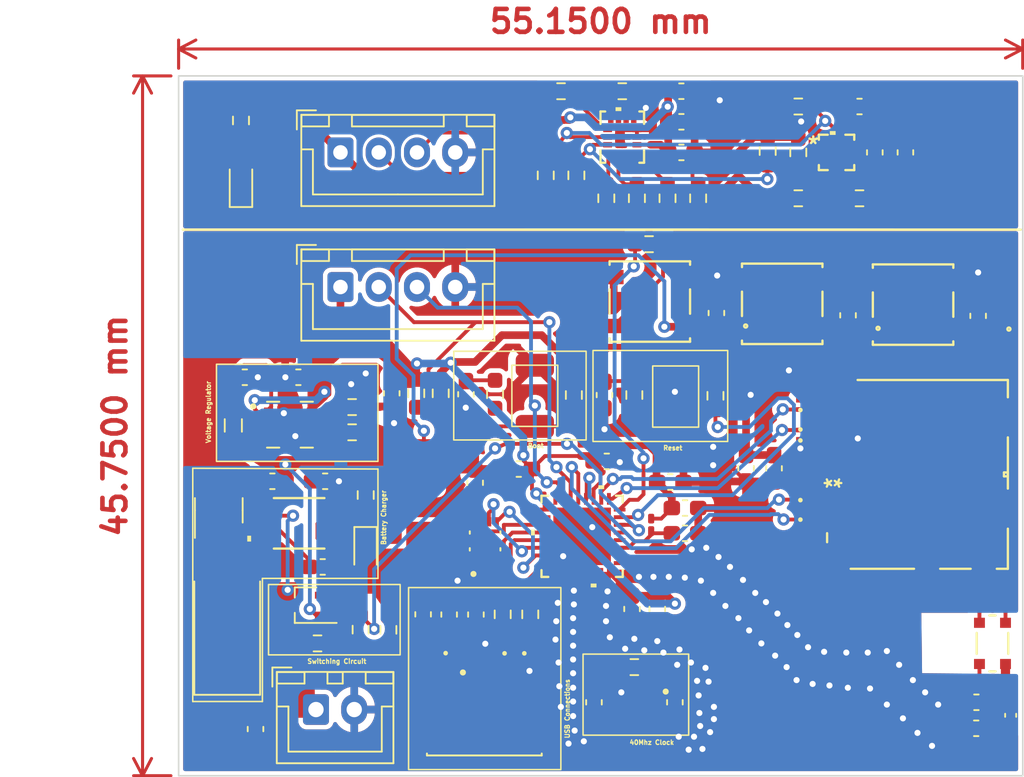
<source format=kicad_pcb>
(kicad_pcb (version 20221018) (generator pcbnew)
  (layers (0 "F.Cu" signal) (31 "B.Cu" signal) (34 "B.Paste" user) (35 "F.Paste" user) (36 "B.SilkS" user "B.Silkscreen") (37 "F.SilkS" user "F.Silkscreen") (38 "B.Mask" user) (39 "F.Mask" user) (44 "Edge.Cuts" user))
  (net 0 "")
  (net 1 "Net-(U2-VAUX)")
  (net 2 "GND")
  (net 3 "VCC")
  (net 4 "3V3")
  (net 5 "Net-(U3-CT)")
  (net 6 "VDD")
  (net 7 "Net-(Q1-G)")
  (net 8 "BAT+")
  (net 9 "/V_USB")
  (net 10 "/C_OUT")
  (net 11 "/C_IN")
  (net 12 "Net-(C18-Pad1)")
  (net 13 "/VDD SPI")
  (net 14 "RST")
  (net 15 "Net-(C21-Pad1)")
  (net 16 "Net-(U1-LNA_IN)")
  (net 17 "Net-(U5-FEED{slash}GND)")
  (net 18 "/D-")
  (net 19 "/D+")
  (net 20 "Net-(D1-K)")
  (net 21 "Net-(D2-A)")
  (net 23 "Net-(C22-Pad1)")
  (net 24 "/MISO")
  (net 25 "/MOSI")
  (net 26 "/CS")
  (net 27 "/CLK")
  (net 28 "BOOT{slash}SCL")
  (net 29 "SDA")
  (net 30 "Net-(U2-L)")
  (net 31 "Net-(Q1-S)")
  (net 32 "Net-(U2-UVLO)")
  (net 33 "Net-(U3-ISET)")
  (net 34 "Net-(U1-XTAL_P)")
  (net 37 "VOL")
  (net 38 "LED")
  (net 39 "Net-(LED1-DIN)")
  (net 40 "Net-(U1-GPIO19)")
  (net 41 "Net-(U1-GPIO18)")
  (net 43 "/SPI NHLD")
  (net 44 "/SPI NWP")
  (net 45 "/SPI NCS")
  (net 46 "/SPI CLK")
  (net 47 "/SPI DI")
  (net 48 "/SPI DO")
  (net 55 "Net-(LED1-DOUT)")
  (net 56 "Net-(LED2-DOUT)")
  (net 64 "Net-(D4-A)")
  (net 65 "Net-(U6-SDO{slash}SA0)")
  (net 66 "Net-(U6-SDx)")
  (net 67 "Net-(U6-SCx)")
  (net 68 "Net-(U6-INT1)")
  (net 69 "Net-(U6-INT2)")
  (net 70 "Net-(U6-CS)")
  (net 71 "Net-(U7-SDO)")
  (net 72 "Net-(U7-CSB)")
  (net 73 "Net-(U7-INT)")
  (footprint "Capacitor_SMD:C_0603_1608Metric_Pad1.08x0.95mm_HandSolder" (layer "F.Cu") (at 140.55 116.85 -90)
    (fp_text reference "C14" hide)
    (fp_text value "0.1 uF")
  )
  (footprint "BMP390_Library:LSM6DSOTR" (layer "F.Cu") (at 139.9125 86 90)
    (fp_text reference "U6" hide)
    (fp_text value "LSM6DSOTR")
  )
  (footprint "Esp32_Library:CR_SP3022_LTF" (layer "F.Cu") (at 151.55 111.3445 -90)
    (fp_text reference "CR6" hide)
    (fp_text value "ESD Protection")
  )
  (footprint "Capacitor_SMD:C_0603_1608Metric_Pad1.08x0.95mm_HandSolder" (layer "F.Cu") (at 163.0375 124.65 180)
    (fp_text reference "C23" hide)
    (fp_text value "5.1 pF")
  )
  (footprint "Capacitor_SMD:C_0603_1608Metric_Pad1.08x0.95mm_HandSolder" (layer "F.Cu") (at 155.4125 84)
    (fp_text reference "C35" hide)
    (fp_text value "100 nF")
  )
  (footprint "Esp32_Library:21-0061L_MXM" (layer "F.Cu") (at 118.8 111.25 180)
    (fp_text reference "U3" hide)
    (fp_text value "Battery Charger 4.2V")
  )
  (footprint "Resistor_SMD:R_0603_1608Metric_Pad0.98x0.95mm_HandSolder" (layer "F.Cu") (at 155.4125 90)
    (fp_text reference "R30" hide)
    (fp_text value "5.1k")
  )
  (footprint "Esp32_Library:CR_SP3022_LTF" (layer "F.Cu") (at 151.55 105.4548 -90)
    (fp_text reference "CR7" hide)
    (fp_text value "ESD Protection")
  )
  (footprint "Resistor_SMD:R_0603_1608Metric_Pad0.98x0.95mm_HandSolder" (layer "F.Cu") (at 151.4125 87 90)
    (fp_text reference "R28" hide)
    (fp_text value "5.1k")
  )
  (footprint "Esp32_Library:CR_SP3022_LTF" (layer "F.Cu") (at 151.55 107.4452 -90)
    (fp_text reference "CR8" hide)
    (fp_text value "ESD Protection")
  )
  (footprint "Inductor_SMD:L_0201_0603Metric_Pad0.64x0.40mm_HandSolder" (layer "F.Cu") (at 141.8 111.35 90)
    (fp_text reference "FB2" hide)
    (fp_text value "FerriteBead")
  )
  (footprint "Inductor_SMD:L_0402_1005Metric_Pad0.77x0.64mm_HandSolder" (layer "F.Cu") (at 165.2875 123.8 90)
    (fp_text reference "L4" hide)
    (fp_text value "1.8 nH")
  )
  (footprint "Resistor_SMD:R_0603_1608Metric_Pad0.98x0.95mm_HandSolder" (layer "F.Cu") (at 140.7 120.65)
    (fp_text reference "R5" hide)
    (fp_text value "22 Ohm")
  )
  (footprint "Capacitor_SMD:C_0603_1608Metric_Pad1.08x0.95mm_HandSolder" (layer "F.Cu") (at 120.5 108.5 180)
    (fp_text reference "C4" hide)
    (fp_text value "0.1 uF")
  )
  (footprint "Resistor_SMD:R_0603_1608Metric_Pad0.98x0.95mm_HandSolder" (layer "F.Cu") (at 141.6622 93)
    (fp_text reference "R10" hide)
    (fp_text value "470 Ohm")
  )
  (footprint "Capacitor_SMD:C_0603_1608Metric_Pad1.08x0.95mm_HandSolder" (layer "F.Cu") (at 158.4125 87 -90)
    (fp_text reference "C33" hide)
    (fp_text value "100 nF")
  )
  (footprint "BMP390_Library:BMP390" (layer "F.Cu") (at 153.9125 87)
    (fp_text reference "U7" hide)
    (fp_text value "BMP390")
  )
  (footprint "Diode_SMD:D_SMB_Handsoldering" (layer "F.Cu") (at 126.95 110.2 -90)
    (fp_text reference "D3" hide)
    (fp_text value "D_Schottky")
  )
  (footprint "Esp32_Library:QFN32_5X5_EXP" (layer "F.Cu") (at 137.2889 112.1 180)
    (fp_text reference "U1" hide)
    (fp_text value "ESP32 C3")
  )
  (footprint "Capacitor_SMD:C_0603_1608Metric_Pad1.08x0.95mm_HandSolder" (layer "F.Cu") (at 129.7 102.8125 -90)
    (fp_text reference "C22" hide)
    (fp_text value "0.1 uF")
  )
  (footprint "Capacitor_SMD:C_0603_1608Metric_Pad1.08x0.95mm_HandSolder" (layer "F.Cu") (at 143.7725 83)
    (fp_text reference "C31" hide)
    (fp_text value "100 nF")
  )
  (footprint "Resistor_SMD:R_0603_1608Metric_Pad0.98x0.95mm_HandSolder" (layer "F.Cu") (at 128.05 102.75 90)
    (fp_text reference "R16" hide)
    (fp_text value "5.1k")
  )
  (footprint "Inductor_SMD:L_0805_2012Metric_Pad1.05x1.20mm_HandSolder" (layer "F.Cu") (at 114.5 104.85 90)
    (fp_text reference "L1" hide)
    (fp_text value "3.3 uH")
  )
  (footprint "Resistor_SMD:R_0603_1608Metric_Pad0.98x0.95mm_HandSolder" (layer "F.Cu") (at 124.63 118.2125 -90)
    (fp_text reference "R4" hide)
    (fp_text value "100k")
  )
  (footprint "Connector_JST:JST_XH_B2B-XH-A_1x02_P2.50mm_Vertical" (layer "F.Cu") (at 119.9 123.425)
    (fp_text reference "J2" hide)
    (fp_text value "Battery Connector")
  )
  (footprint "Resistor_SMD:R_0603_1608Metric_Pad0.98x0.95mm_HandSolder" (layer "F.Cu") (at 136.75 102.8625 -90)
    (fp_text reference "R7" hide)
    (fp_text value "5.1k")
  )
  (footprint "Capacitor_SMD:C_0603_1608Metric_Pad1.08x0.95mm_HandSolder" (layer "F.Cu") (at 115.25 101.7)
    (fp_text reference "C1" hide)
    (fp_text value "1 uF")
  )
  (footprint "Resistor_SMD:R_0603_1608Metric_Pad0.98x0.95mm_HandSolder" (layer "F.Cu") (at 126.45 102.75 -90)
    (fp_text reference "R15" hide)
    (fp_text value "5.1k")
  )
  (footprint "Resistor_SMD:R_0603_1608Metric_Pad0.98x0.95mm_HandSolder" (layer "F.Cu") (at 122.2625 105.3 180)
    (fp_text reference "R1" hide)
    (fp_text value "2.26M ")
  )
  (footprint "Resistor_SMD:R_0603_1608Metric_Pad0.98x0.95mm_HandSolder" (layer "F.Cu") (at 133.9 117.2 -90)
    (fp_text reference "R11" hide)
    (fp_text value "0 Ohm")
  )
  (footprint "Connector_JST:JST_XH_B4B-XH-A_1x04_P2.50mm_Vertical" (layer "F.Cu") (at 121.5 87)
    (fp_text reference "J6" hide)
    (fp_text value "JST Connector")
  )
  (footprint "Esp32_Library:CR_SP3022_LTF" (layer "F.Cu") (at 133.8349 119.75)
    (fp_text reference "CR3" hide)
    (fp_text value "ESD Protection")
  )
  (footprint "Capacitor_SMD:C_0603_1608Metric_Pad1.08x0.95mm_HandSolder" (layer "F.Cu") (at 118.75 101.7 180)
    (fp_text reference "C3" hide)
    (fp_text value "10 uF")
  )
  (footprint "Resistor_SMD:R_0603_1608Metric_Pad0.98x0.95mm_HandSolder" (layer "F.Cu") (at 142.8688 90.000001 90)
    (fp_text reference "R19" hide)
    (fp_text value "5.1k")
  )
  (footprint "Package_TO_SOT_SMD:SOT-323_SC-70_Handsoldering" (layer "F.Cu") (at 119.25 116.6 180)
    (fp_text reference "Q2" hide)
    (fp_text value "PMOS")
  )
  (footprint "Resistor_SMD:R_0603_1608Metric_Pad0.98x0.95mm_HandSolder" (layer "F.Cu") (at 144.8688 90.000001 90)
    (fp_text reference "R20" hide)
    (fp_text value "5.1k")
  )
  (footprint "Diode_SMD:D_SMB_Handsoldering" (layer "F.Cu") (at 114.1 117.75 90)
    (fp_text reference "D2" hide)
    (fp_text value "D_Schottky")
  )
  (footprint "Esp32_Library:CR_SP3022_LTF" (layer "F.Cu") (at 151.55 109.3952 90)
    (fp_text reference "CR5" hide)
    (fp_text value "ESD Protection")
  )
  (footprint "Resistor_SMD:R_0603_1608Metric_Pad0.98x0.95mm_HandSolder" (layer "F.Cu") (at 151.4125 90 180)
    (fp_text reference "R29" hide)
    (fp_text value "5.1k")
  )
  (footprint "Esp32_Library:CR_SP3022_LTF" (layer "F.Cu") (at 131.9 119.75 180)
    (fp_text reference "CR2" hide)
    (fp_text value "ESD Protection")
  )
  (footprint "Capacitor_SMD:C_0603_1608Metric_Pad1.08x0.95mm_HandSolder" (layer "F.Cu") (at 138.75 102.8625 -90)
    (fp_text reference "C21" hide)
    (fp_text value "0.1uF")
  )
  (footprint "Capacitor_SMD:C_0603_1608Metric_Pad1.08x0.95mm_HandSolder" (layer "F.Cu") (at 130.3 108.6 90)
    (fp_text reference "C20" hide)
    (fp_text value "10 uF")
  )
  (footprint "Esp32_Library:Addressable LED" (layer "F.Cu") (at 158.9122 96.95 180)
    (fp_text reference "LED3" hide)
    (fp_text value "Addressable LED")
  )
  (footprint "Capacitor_SMD:C_0603_1608Metric_Pad1.08x0.95mm_HandSolder" (layer "F.Cu") (at 143.35 122.95 -90)
    (fp_text reference "C16" hide)
    (fp_text value "10 pF")
  )
  (footprint "Esp32_Library:Button" (layer "F.Cu") (at 141.9 104.9625 90)
    (fp_text reference "SW1" hide)
    (fp_text value "SW_Push")
  )
  (footprint "Capacitor_SMD:C_0603_1608Metric_Pad1.08x0.95mm_HandSolder" (layer "F.Cu") (at 163.1622 97.6875 -90)
    (fp_text reference "C25" hide)
    (fp_text value "0.1 uF")
  )
  (footprint "Resistor_SMD:R_0603_1608Metric_Pad0.98x0.95mm_HandSolder" (layer "F.Cu") (at 131.6 102.8125 90)
    (fp_text reference "R14" hide)
    (fp_text value "470 Ohm")
  )
  (footprint "Esp32_Library:Addressable LED" (layer "F.Cu") (at 141.7122 96.75 180)
    (fp_text reference "LED1" hide)
    (fp_text value "Addressable LED")
  )
  (footprint "Esp32_Library:VREG_V62_16624-01YE" (layer "F.Cu") (at 118.2 104.8)
    (fp_text reference "U2" hide)
    (fp_text value "3.3V Boost Voltage Regulator")
  )
  (footprint "Esp32_Library:XTAL_ECS-400-9-36B-CKY-TR" (layer "F.Cu") (at 140.7 122.95 180)
    (fp_text reference "Y1" hide)
    (fp_text value "40MHz Crystal Oscillator")
  )
  (footprint "Resistor_SMD:R_0603_1608Metric_Pad0.98x0.95mm_HandSolder" (layer "F.Cu") (at 138.8688 90.000001 90)
    (fp_text reference "R17" hide)
    (fp_text value "5.1k")
  )
  (footprint "Capacitor_SMD:C_0603_1608Metric_Pad1.08x0.95mm_HandSolder" (layer "F.Cu") (at 154.6622 97.65 -90)
    (fp_text reference "C26" hide)
    (fp_text value "0.1 uF")
  )
  (footprint "Esp32_Library:Addressable LED" (layer "F.Cu") (at 150.3622 96.9 180)
    (fp_text reference "LED2" hide)
    (fp_text value "Addressable LED")
  )
  (footprint "Capacitor_SMD:C_0603_1608Metric_Pad1.08x0.95mm_HandSolder" (layer "F.Cu") (at 117.05 108.5 180)
    (fp_text reference "C2" hide)
    (fp_text value "4.7 uF")
  )
  (footprint "Capacitor_SMD:C_0603_1608Metric_Pad1.08x0.95mm_HandSolder" (layer "F.Cu") (at 124.85 102.75 -90)
    (fp_text reference "C10" hide)
    (fp_text value "10 uF")
  )
  (footprint "LED_SMD:LED_0603_1608Metric_Pad1.05x0.95mm_HandSolder" (layer "F.Cu") (at 115 88.9125 90)
    (fp_text reference "D4" hide)
    (fp_text value "LED")
  )
  (footprint "Resistor_SMD:R_0603_1608Metric_Pad0.98x0.95mm_HandSolder" (layer "F.Cu") (at 135.9125 83 180)
    (fp_text reference "R24" hide)
    (fp_text value "5.1k")
  )
  (footprint "Esp32_Library:CR_SP3022_LTF" (layer "F.Cu") (at 151.55 103.5048 90)
    (fp_text reference "CR4" hide)
    (fp_text value "ESD Protection")
  )
  (footprint "Capacitor_SMD:C_0603_1608Metric_Pad1.08x0.95mm_HandSolder" (layer "F.Cu") (at 156.4125 87 -90)
    (fp_text reference "C34" hide)
    (fp_text value "10 uF")
  )
  (footprint "Capacitor_SMD:C_0603_1608Metric_Pad1.08x0.95mm_HandSolder" (layer "F.Cu") (at 148 107.65 -90)
    (fp_text reference "C28" hide)
    (fp_text value "10uF")
  )
  (footprint "Resistor_SMD:R_0603_1608Metric_Pad0.98x0.95mm_HandSolder" (layer "F.Cu") (at 122.2625 103.65)
    (fp_text reference "R2" hide)
    (fp_text value "249k")
  )
  (footprint "Capacitor_SMD:C_0603_1608Metric_Pad1.08x0.95mm_HandSolder" (layer "F.Cu") (at 143.05 108.55)
    (fp_text reference "C17" hide)
    (fp_text value "10 nF")
  )
  (footprint "Capacitor_SMD:C_0603_1608Metric_Pad1.08x0.95mm_HandSolder" (layer "F.Cu") (at 163.05 122.95 180)
    (fp_text reference "C24" hide)
    (fp_text value "3.9 pF")
  )
  (footprint "Capacitor_SMD:C_0603_1608Metric_Pad1.08x0.95mm_HandSolder" (layer "F.Cu") (at 143.775 85)
    (fp_text reference "C32" hide)
    (fp_text value "10 uF")
  )
  (footprint "LED_SMD:LED_0603_1608Metric_Pad1.05x0.95mm_HandSolder" (layer "F.Cu") (at 123.1389 113.15 -90)
    (fp_text reference "D1" hide)
    (fp_text value "LED")
  )
  (footprint "Resistor_SMD:R_0603_1608Metric_Pad0.98x0.95mm_HandSolder" (layer "F.Cu") (at 146 102.9125 -90)
    (fp_text reference "R6" hide)
    (fp_text value "5.1k")
  )
  (footprint "Resistor_SMD:R_0603_1608Metric_Pad0.98x0.95mm_HandSolder" (layer "F.Cu") (at 149.4125 86.9125 -90)
    (fp_text reference "R27" hide)
    (fp_text value "5.1k")
  )
  (footprint "Capacitor_SMD:C_0603_1608Metric_Pad1.08x0.95mm_HandSolder" (layer "F.Cu") (at 144.0125 111.9)
    (fp_text reference "C18" hide)
    (fp_text value "10 uF")
  )
  (footprint "Inductor_SMD:L_0201_0603Metric_Pad0.64x0.40mm_HandSolder" (layer "F.Cu") (at 127.85 119.45 180)
    (fp_text reference "FB1" hide)
    (fp_text value "FerriteBead")
  )
  (footprint "Esp32_Library:Button" (layer "F.Cu") (at 132.7 104.9125 90)
    (fp_text reference "SW2" hide)
    (fp_text value "SW_Push")
  )
  (footprint "Resistor_SMD:R_0603_1608Metric_Pad0.98x0.95mm_HandSolder" (layer "F.Cu") (at 140.8688 90.000001 90)
    (fp_text reference "R18" hide)
    (fp_text value "5.1k")
  )
  (footprint "Resistor_SMD:R_0603_1608Metric_Pad0.98x0.95mm_HandSolder" (layer "F.Cu") (at 120 119.1)
    (fp_text reference "R8" hide)
    (fp_text value "100k")
  )
  (footprint "Esp32_Library:IC_W25Q16JVUXIQ_TR" (layer "F.Cu") (at 130.95 112.4 90)
    (fp_text reference "U4" hide)
    (fp_text value "SPI Flash 16Mb")
  )
  (footprint "Resistor_SMD:R_0603_1608Metric_Pad0.98x0.95mm_HandSolder" (layer "F.Cu") (at 134.9125 88.5 90)
    (fp_text reference "R22" hide)
    (fp_text value "5.1k")
  )
  (footprint "Resistor_SMD:R_0603_1608Metric_Pad0.98x0.95mm_HandSolder" (layer "F.Cu") (at 140.7 102.8625 90)
    (fp_text reference "R13" hide)
    (fp_text value "470 Ohm")
  )
  (footprint "Capacitor_SMD:C_0603_1608Metric_Pad1.08x0.95mm_HandSolder" (layer "F.Cu") (at 128.6 117.2125 90)
    (fp_text reference "C9" hide)
    (fp_text value "0.1 uF")
  )
  (footprint "Capacitor_SMD:C_0603_1608Metric_Pad1.08x0.95mm_HandSolder" (layer "F.Cu") (at 126.9 117.2 -90)
    (fp_text reference "C8" hide)
    (fp_text value "10 uF")
  )
  (footprint "Capacitor_SMD:C_0603_1608Metric_Pad1.08x0.95mm_HandSolder" (layer "F.Cu") (at 142.2 116.85 -90)
    (fp_text reference "C13" hide)
    (fp_text value "0.1 uF")
  )
  (footprint "Capacitor_SMD:C_0603_1608Metric_Pad1.08x0.95mm_HandSolder" (layer "F.Cu") (at 130.35 117.2125 90)
    (fp_text reference "C7" hide)
    (fp_text value "10 nF")
  )
  (footprint "Esp32_Library:CR_SP3022_LTF" (layer "F.Cu") (at 129.9849 119.7375)
    (fp_text reference "CR1" hide)
    (fp_text value "ESD Protection")
  )
  (footprint "Capacitor_SMD:C_0603_1608Metric_Pad1.08x0.95mm_HandSolder" (layer "F.Cu") (at 144.0125 110.25)
    (fp_text reference "C19" hide)
    (fp_text value "0.1 uF")
  )
  (footprint "Connector_JST:JST_XH_B4B-XH-A_1x04_P2.50mm_Vertical" (layer "F.Cu") (at 121.5 95.8)
    (fp_text reference "J7" hide)
    (fp_text value "JST Connector")
  )
  (footprint "Esp32_Library:MicroSD Reader" (layer "F.Cu") (at 159.2 108.05 -90)
    (fp_text reference "J3" hide)
    (fp_text value "Micro_SD Reader")
  )
  (footprint "Capacitor_SMD:C_0603_1608Metric_Pad1.08x0.95mm_HandSolder" (layer "F.Cu") (at 149.8285 107.655 -90)
    (fp_text reference "C29" hide)
    (fp_text value "0.1 uF")
  )
  (footprint "Esp32_Library:AMPHENOL_10118192-0002LF" (layer "F.Cu") (at 130.9 122.3)
    (fp_text reference "J1" hide)
    (fp_text value "USB")
  )
  (footprint "Esp32_Library:2450AT18D0100E_JOT" (layer "F.Cu") (at 164.1 119.1 180)
    (fp_text reference "U5" hide)
    (fp_text value "Antenna")
  )
  (footprint "Capacitor_SMD:C_0603_1608Metric_Pad1.08x0.95mm_HandSolder" (layer "F.Cu") (at 115.95 124.7 -90)
    (fp_text reference "C6" hide)
    (fp_text value "10 uF")
  )
  (footprint "Capacitor_SMD:C_0603_1608Metric_Pad1.08x0.95mm_HandSolder" (layer "F.Cu") (at 138.9 107.2)
    (fp_text reference "C11" hide)
    (fp_text value "0.1 uF")
  )
  (footprint "Capacitor_SMD:C_0603_1608Metric_Pad1.08x0.95mm_HandSolder" (layer "F.Cu") (at 120.3389 114.1 180)
    (fp_text reference "C5" hide)
    (fp_text value "0.1 uF")
  )
  (footprint "Resistor_SMD:R_0603_1608Metric_Pad0.98x0.95mm_HandSolder" (layer "F.Cu") (at 151.4125 84)
    (fp_text reference "R26" hide)
    (fp_text value "5.1k")
  )
  (footprint "Resistor_SMD:R_0603_1608Metric_Pad0.98x0.95mm_HandSolder" (layer "F.Cu") (at 115 84.9125 -90)
    (fp_text reference "R25" hide)
    (fp_text value "5.1k")
  )
  (footprint "Resistor_SMD:R_0603_1608Metric_Pad0.98x0.95mm_HandSolder" (layer "F.Cu") (at 132.1 117.2 90)
    (fp_text reference "R12" hide)
    (fp_text value "0 Ohm")
  )
  (footprint "Resistor_SMD:R_0603_1608Metric_Pad0.98x0.95mm_HandSolder" (layer "F.Cu") (at 136.9125 88.5 90)
    (fp_text reference "R21" hide)
    (fp_text value "5.1k")
  )
  (footprint "Package_TO_SOT_SMD:SOT-23-3" (layer "F.Cu") (at 113.55 110.4 90)
    (fp_text reference "Q1" hide)
    (fp_text value "PMOS")
  )
  (footprint "Resistor_SMD:R_0603_1608Metric_Pad0.98x0.95mm_HandSolder" (layer "F.Cu") (at 139.9125 83)
    (fp_text reference "R23" hide)
    (fp_text value "5.1k")
  )
  (footprint "Capacitor_SMD:C_0603_1608Metric_Pad1.08x0.95mm_HandSolder" (layer "F.Cu") (at 138.0625 122.95 -90)
    (fp_text reference "C15" hide)
    (fp_text value "10 pF")
  )
  (footprint "Capacitor_SMD:C_0603_1608Metric_Pad1.08x0.95mm_HandSolder" (layer "F.Cu") (at 146.0622 97.5 -90)
    (fp_text reference "C27" hide)
    (fp_text value "0.1 uF")
  )
  (footprint "Resistor_SMD:R_0603_1608Metric_Pad0.98x0.95mm_HandSolder" (layer "F.Cu") (at 123.15 109.4 90)
    (fp_text reference "R3" hide)
    (fp_text value "5.1k")
  )
  (footprint "Resistor_SMD:R_0603_1608Metric_Pad0.98x0.95mm_HandSolder" (layer "F.Cu") (at 122.8175 118.2 -90)
    (fp_text reference "R9" hide)
    (fp_text value "316k")
  )
  (footprint "Capacitor_SMD:C_0603_1608Metric_Pad1.08x0.95mm_HandSolder" (layer "F.Cu") (at 143.775 87)
    (fp_text reference "C30" hide)
    (fp_text value "100 nF")
  )
  (footprint "Capacitor_SMD:C_0603_1608Metric_Pad1.08x0.95mm_HandSolder" (layer "F.Cu") (at 133.15 107.7 180)
    (fp_text reference "C12" hide)
    (fp_text value "0.1 uF")
  )
  (gr_line (start 116.4 122.9) (end 116.4 114.85) (stroke (width 0.1)) (layer "F.SilkS"))
  (gr_rect (start 125.95 115.45) (end 135.9 127.35) (stroke (width 0.1)) (fill none) (layer "F.SilkS"))
  (gr_line (start 111.85 122.9) (end 116.4 122.9) (stroke (width 0.1)) (layer "F.SilkS"))
  (gr_line (start 123.95 114.85) (end 123.95 107.7) (stroke (width 0.1)) (layer "F.SilkS"))
  (gr_rect (start 128.9 100) (end 137.55 105.8) (stroke (width 0.1)) (fill none) (layer "F.SilkS"))
  (gr_line (start 123.95 107.7) (end 111.85 107.65) (stroke (width 0.1)) (layer "F.SilkS"))
  (gr_rect (start 138 99.95) (end 146.8 105.9) (stroke (width 0.1)) (fill none) (layer "F.SilkS"))
  (gr_line (start 116.4 114.85) (end 123.95 114.85) (stroke (width 0.1)) (layer "F.SilkS"))
  (gr_line (start 111.85 107.65) (end 111.85 122.9) (stroke (width 0.1)) (layer "F.SilkS"))
  (gr_rect (start 137.35 119.8) (end 144.25 125.1) (stroke (width 0.1)) (fill none) (layer "F.SilkS"))
  (gr_line (start 111.2 92.05) (end 165.95 92.05) (stroke (width 0.15)) (layer "F.SilkS"))
  (gr_rect (start 116.8 115.25) (end 125.4 119.85) (stroke (width 0.1)) (fill none) (layer "F.SilkS"))
  (gr_rect (start 113.4 100.85) (end 123.95 107.2) (stroke (width 0.1)) (fill none) (layer "F.SilkS"))
  (gr_rect (start 110.925 82) (end 166.075 127.75) (stroke (width 0.1)) (fill none) (layer "Edge.Cuts"))
  (gr_text "Voltage Regulator" (at 113.05 106.05 90) (layer "F.SilkS") (effects (font (size 0.3 0.3) (thickness 0.075)) (justify left bottom)))
  (gr_text "Boot\n" (at 133.7 106.35) (layer "F.SilkS") (effects (font (size 0.3 0.3) (thickness 0.075)) (justify left bottom)))
  (gr_text "USB Connections\n" (at 136.5 125.35 90) (layer "F.SilkS") (effects (font (size 0.3 0.3) (thickness 0.075)) (justify left bottom)))
  (gr_text "Reset" (at 142.55 106.5) (layer "F.SilkS") (effects (font (size 0.3 0.3) (thickness 0.075)) (justify left bottom)))
  (gr_text "Switching Circuit" (at 119.3 120.45) (layer "F.SilkS") (effects (font (size 0.3 0.3) (thickness 0.075)) (justify left bottom)))
  (gr_text "40Mhz Clock" (at 140.35 125.75) (layer "F.SilkS") (effects (font (size 0.3 0.3) (thickness 0.075)) (justify left bottom)))
  (gr_text "Battery Charger" (at 124.5 112.7 90) (layer "F.SilkS") (effects (font (size 0.3 0.3) (thickness 0.075)) (justify left bottom)))
  (dimension (type aligned) (layer "F.Cu") (pts (xy 110.925 82) (xy 110.925 127.75)) (height 2.354999) (gr_text "45.7500 mm" (at 106.770001 104.875 90) (layer "F.Cu") (effects (font (size 1.5 1.5) (thickness 0.3)))) (format (prefix "") (suffix "") (units 3) (units_format 1) (precision 4)) (style (thickness 0.2) (arrow_length 1.27) (text_position_mode 0) (extension_height 0.58642) (extension_offset 0.5) keep_text_aligned))
  (dimension (type aligned) (layer "F.Cu") (pts (xy 110.925 82) (xy 166.075 82)) (height -1.76) (gr_text "55.1500 mm" (at 138.5 78.44) (layer "F.Cu") (effects (font (size 1.5 1.5) (thickness 0.3)))) (format (prefix "") (suffix "") (units 3) (units_format 1) (precision 4)) (style (thickness 0.2) (arrow_length 1.27) (text_position_mode 0) (extension_height 0.58642) (extension_offset 0.5) keep_text_aligned))
  (segment (start 116.975 101.225) (end 116.65 100.9) (width 0.25) (layer "F.Cu") (net 1))
  (segment (start 116.8 103.8) (end 116.975 103.625) (width 0.25) (layer "F.Cu") (net 1))
  (segment (start 116.65 100.9) (end 115.1875 100.9) (width 0.25) (layer "F.Cu") (net 1))
  (segment (start 116.975 103.625) (end 116.975 101.225) (width 0.25) (layer "F.Cu") (net 1))
  (segment (start 115.1875 100.9) (end 114.3875 101.7) (width 0.25) (layer "F.Cu") (net 1))
  (segment (start 115.5921 111.214701) (end 115.5921 110.285301) (width 0.25) (layer "F.Cu") (net 2))
  (segment (start 162.175 124.65) (end 162.175 122.9625) (width 0.25) (layer "F.Cu") (net 2))
  (segment (start 128.6 116.35) (end 130.35 116.35) (width 0.25) (layer "F.Cu") (net 2))
  (segment (start 128.5875 116.3375) (end 128.6 116.35) (width 0.25) (layer "F.Cu") (net 2))
  (segment (start 144.635 84.9975) (end 144.6375 85) (width 0.25) (layer "F.Cu") (net 2))
  (segment (start 129.15 115) (end 129.15 115.8) (width 0.25) (layer "F.Cu") (net 2))
  (segment (start 115.627402 110.249999) (end 116.59655 110.249999) (width 0.25) (layer "F.Cu") (net 2))
  (segment (start 149.8285 108.5175) (end 148.005 108.5175) (width 0.25) (layer "F.Cu") (net 2))
  (segment (start 163.2491 120.4462) (end 163.2491 121.3491) (width 0.25) (layer "F.Cu") (net 2))
  (segment (start 153.6785 105.654998) (end 155.254998 105.654998) (width 0.25) (layer "F.Cu") (net 2))
  (segment (start 119.6 104.3) (end 119.6 104.8) (width 0.25) (layer "F.Cu") (net 2))
  (segment (start 116.59655 108.90905) (end 116.1875 108.5) (width 0.25) (layer "F.Cu") (net 2))
  (segment (start 146.662501 96.6375) (end 148 95.300001) (width 0.25) (layer "F.Cu") (net 2))
  (segment (start 126.9 116.3375) (end 128.5875 116.3375) (width 0.25) (layer "F.Cu") (net 2))
  (segment (start 151.55 107.75) (end 150.596 107.75) (width 0.25) (layer "F.Cu") (net 2))
  (segment (start 150.596 107.75) (end 149.8285 108.5175) (width 0.25) (layer "F.Cu") (net 2))
  (segment (start 156.4125 87.8625) (end 158.4125 87.8625) (width 0.25) (layer "F.Cu") (net 2))
  (segment (start 151.55 109.0904) (end 151.55 107.75) (width 0.25) (layer "F.Cu") (net 2))
  (segment (start 123.2125 103.6125) (end 123.175 103.65) (width 0.5) (layer "F.Cu") (net 2))
  (segment (start 155.254998 105.654998) (end 155.3 105.7) (width 0.25) (layer "F.Cu") (net 2))
  (segment (start 116.8 105.3) (end 117.7 105.3) (width 0.25) (layer "F.Cu") (net 2))
  (segment (start 131.7 113.65) (end 131.7 113.15) (width 0.25) (layer "F.Cu") (net 2))
  (segment (start 164.9509 117.7538) (end 164.9509 116.8009) (width 0.25) (layer "F.Cu") (net 2))
  (segment (start 138.75 103.725) (end 138.75 105.1) (width 0.25) (layer "F.Cu") (net 2))
  (segment (start 154.6618 87.500126) (end 156.050126 87.500126) (width 0.25) (layer "F.Cu") (net 2))
  (segment (start 156.050126 87.500126) (end 156.4125 87.8625) (width 0.25) (layer "F.Cu") (net 2))
  (segment (start 155.112501 96.7875) (end 156.55 95.350001) (width 0.25) (layer "F.Cu") (net 2))
  (segment (start 115.5921 110.285301) (end 115.627402 110.249999) (width 0.25) (layer "F.Cu") (net 2))
  (segment (start 129.15 115.8) (end 128.6 116.35) (width 0.25) (layer "F.Cu") (net 2))
  (segment (start 131.5827 119.7375) (end 131.5952 119.75) (width 0.25) (layer "F.Cu") (net 2))
  (segment (start 132.2875 107.7) (end 130.3375 107.7) (width 0.5) (layer "F.Cu") (net 2))
  (segment (start 116.59655 110.249999) (end 116.59655 108.90905) (width 0.25) (layer "F.Cu") (net 2))
  (segment (start 144.635 83) (end 144.635 84.9975) (width 0.25) (layer "F.Cu") (net 2))
  (segment (start 130.3375 107.7) (end 130.3 107.7375) (width 0.5) (layer "F.Cu") (net 2))
  (segment (start 130.961818 119.123636) (end 130.961818 119.661818) (width 0.25) (layer "F.Cu") (net 2))
  (segment (start 130.961818 119.661818) (end 131 119.7) (width 0.25) (layer "F.Cu") (net 2))
  (segment (start 117.7 105.3) (end 118.2 104.8) (width 0.25) (layer "F.Cu") (net 2))
  (segment (start 146.0622 96.6375) (end 146.662501 96.6375) (width 0.25) (layer "F.Cu") (net 2))
  (segment (start 125 104.7) (end 125 103.7625) (width 0.5) (layer "F.Cu") (net 2))
  (segment (start 125 103.7625) (end 124.85 103.6125) (width 0.5) (layer "F.Cu") (net 2))
  (segment (start 154.6622 96.7875) (end 155.112501 96.7875) (width 0.25) (layer "F.Cu") (net 2))
  (segment (start 163.2491 117.7538) (end 163.2491 116.8509) (width 0.25) (layer "F.Cu") (net 2))
  (segment (start 148 108.5125) (end 146.9375 107.45) (width 0.25) (layer "F.Cu") (net 2))
  (segment (start 131.7 113.15) (end 130.95 112.4) (width 0.25) (layer "F.Cu") (net 2))
  (segment (start 146.9375 107.45) (end 145.85 107.45) (width 0.25) (layer "F.Cu") (net 2))
  (segment (start 132.2 121.725) (end 133.025 120.9) (width 0.25) (layer "F.Cu") (net 2))
  (segment (start 154.6618 87) (end 154.6618 87.500126) (width 0.25) (layer "F.Cu") (net 2))
  (segment (start 163.2491 121.3491) (end 163.25 121.35) (width 0.25) (layer "F.Cu") (net 2))
  (segment (start 133.025 120.9) (end 133.85 120.9) (width 0.25) (layer "F.Cu") (net 2))
  (segment (start 164.9509 116.8009) (end 164.95 116.8) (width 0.25) (layer "F.Cu") (net 2))
  (segment (start 148.005 108.5175) (end 148 108.5125) (width 0.25) (layer "F.Cu") (net 2))
  (segment (start 162.175 122.9625) (end 162.1875 122.95) (width 0.25) (layer "F.Cu") (net 2))
  (segment (start 144.6375 85) (end 144.6375 87) (width 0.25) (layer "F.Cu") (net 2))
  (segment (start 116.59655 111.25) (end 115.627399 111.25) (width 0.25) (layer "F.Cu") (net 2))
  (segment (start 124.85 103.6125) (end 123.2125 103.6125) (width 0.5) (layer "F.Cu") (net 2))
  (segment (start 115.627399 111.25) (end 115.5921 111.214701) (width 0.25) (layer "F.Cu") (net 2))
  (segment (start 118.2 104.8) (end 119.6 104.8) (width 0.25) (layer "F.Cu") (net 2))
  (segment (start 132.2 122.3) (end 132.2 121.725) (width 0.25) (layer "F.Cu") (net 2))
  (segment (start 163.2491 116.8509) (end 163.25 116.85) (width 0.25) (layer "F.Cu") (net 2))
  (segment (start 140.8688 85.500001) (end 140.8688 85.999231) (width 0.25) (layer "F.Cu") (net 2))
  (segment (start 130.2897 119.7375) (end 131.5827 119.7375) (width 0.25) (layer "F.Cu") (net 2))
  (via (at 138.85 116.65) (size 0.8) (drill 0.4) (layers "F.Cu" "B.Cu") (net 2))
  (via (at 148.3 102.85) (size 0.8) (drill 0.4) (layers "F.Cu" "B.Cu") (net 2))
  (via (at 147.8 114.95) (size 0.8) (drill 0.4) (layers "F.Cu" "B.Cu") (net 2))
  (via (at 135.9 123.25) (size 0.8) (drill 0.4) (layers "F.Cu" "B.Cu") (net 2))
  (via (at 150.05 117.15) (size 0.8) (drill 0.4) (layers "F.Cu" "B.Cu") (net 2))
  (via (at 136.05 113.4) (size 0.8) (drill 0.4) (layers "F.Cu" "B.Cu") (net 2))
  (via (at 160.15 125.8) (size 0.8) (drill 0.4) (layers "F.Cu" "B.Cu") (net 2))
  (via (at 117.8 104.05) (size 0.8) (drill 0.4) (layers "F.Cu" "B.Cu") (net 2))
  (via (at 129.15 115) (size 0.8) (drill 0.4) (layers "F.Cu" "B.Cu") (net 2))
  (via (at 136.8 124.8) (size 0.8) (drill 0.4) (layers "F.Cu" "B.Cu") (net 2))
  (via (at 159.2 124.95) (size 0.8) (drill 0.4) (layers "F.Cu" "B.Cu") (net 2))
  (via (at 136.7 118.35) (size 0.8) (drill 0.4) (layers "F.Cu" "B.Cu") (net 2))
  (via (at 149.3 116.4) (size 0.8) (drill 0.4) (layers "F.Cu" "B.Cu") (net 2))
  (via (at 142.95 114.75) (size 0.8) (drill 0.4) (layers "F.Cu" "B.Cu") (net 2))
  (via (at 144 114.8) (size 0.8) (drill 0.4) (layers "F.Cu" "B.Cu") (net 2))
  (via (at 144.95 123.65) (size 0.8) (drill 0.4) (layers "F.Cu" "B.Cu") (net 2))
  (via (at 136.4 125.65) (size 0.8) (drill 0.4) (layers "F.Cu" "B.Cu") (net 2))
  (via (at 129.686812 103.688188) (size 0.8) (drill 0.4) (layers "F.Cu" "B.Cu") (net 2))
  (via (at 144.25 126.05) (size 0.8) (drill 0.4) (layers "F.Cu" "B.Cu") (net 2))
  (via (at 140.1 119.45) (size 0.8) (drill 0.4) (layers "F.Cu" "B.Cu") (net 2))
  (via (at 140.7 118.8) (size 0.8) (drill 0.4) (layers "F.Cu" "B.Cu") (net 2))
  (via (at 145.9 123.25) (size 0.8) (drill 0.4) (layers "F.Cu" "B.Cu") (net 2))
  (via (at 160.55 123.1) (size 0.8) (drill 0.4) (layers "F.Cu" "B.Cu") (net 2))
  (via (at 141.95 114.75) (size 0.8) (drill 0.4) (layers "F.Cu" "B.Cu") (net 2))
  (via (at 151.6 84.98) (size 0.8) (drill 0.4) (layers "F.Cu" "B.Cu") (net 2))
  (via (at 150.65 120.65) (size 0.8) (drill 0.4) (layers "F.Cu" "B.Cu") (net 2))
  (via (at 151.3 121.5) (size 0.8) (drill 0.4) (layers "F.Cu" "B.Cu") (net 2))
  (via (at 136.75 116.55) (size 0.8) (drill 0.4) (layers "F.Cu" "B.Cu") (net 2))
  (via (at 137.4 125.5) (size 0.8) (drill 0.4) (layers "F.Cu" "B.Cu") (net 2))
  (via (at 141.35 119.55) (size 0.8) (drill 0.4) (layers "F.Cu" "B.Cu") (net 2))
  (via (at 144.45 112.95) (size 0.8) (drill 0.4) (layers "F.Cu" "B.Cu") (net 2))
  (via (at 142.6 119.7) (size 0.8) (drill 0.4) (layers "F.Cu" "B.Cu") (net 2))
  (via (at 145.65 124.9) (size 0.8) (drill 0.4) (layers "F.Cu" "B.Cu") (net 2))
  (via (at 143.5 120.5) (size 0.8) (drill 0.4) (layers "F.Cu" "B.Cu") (net 2))
  (via (at 146.95 114.1) (size 0.8) (drill 0.4) (layers "F.Cu" "B.Cu") (net 2))
  (via (at 146.28 83.59) (size 0.8) (drill 0.4) (layers "F.Cu" "B.Cu") (net 2))
  (via (at 123.15 101.45) (size 0.8) (drill 0.4) (layers "F.Cu" "B.Cu") (net 2))
  (via (at 138.95 115.7) (size 0.8) (drill 0.4) (layers "F.Cu" "B.Cu") (net 2))
  (via (at 136.7 122.9) (size 0.8) (drill 0.4) (layers "F.Cu" "B.Cu") (net 2))
  (via (at 136.7 120.15) (size 0.8) (drill 0.4) (layers "F.Cu" "B.Cu") (net 2))
  (via (at 145 124.5) (size 0.8) (drill 0.4) (layers "F.Cu" "B.Cu") (net 2))
  (via (at 151.35 118.55) (size 0.8) (drill 0.4) (layers "F.Cu" "B.Cu") (net 2))
  (via (at 158.9 121.5) (size 0.8) (drill 0.4) (layers "F.Cu" "B.Cu") (net 2))
  (via (at 136.7 117.45) (size 0.8) (drill 0.4) (layers "F.Cu" "B.Cu") (net 2))
  (via (at 144.9 122.5) (size 0.8) (drill 0.4) (layers "F.Cu" "B.Cu") (net 2))
  (via (at 150.7 117.9) (size 0.8) (drill 0.4) (layers "F.Cu" "B.Cu") (net 2))
  (via (at 159.7 122.3) (size 0.8) (drill 0.4) (layers "F.Cu" "B.Cu") (net 2))
  (via (at 153.1 119.65) (size 0.8) (drill 0.4) (layers "F.Cu" "B.Cu") (net 2))
  (via (at 155.95 119.7) (size 0.8) (drill 0.4) (layers "F.Cu" "B.Cu") (net 2))
  (via (at 145.35 120.7) (size 0.8) (drill 0.4) (layers "F.Cu" "B.Cu") (net 2))
  (via (at 125 104.7) (size 0.8) (drill 0.4) (layers "F.Cu" "B.Cu") (net 2))
  (via (at 145.85 115.8) (size 0.8) (drill 0.4) (layers "F.Cu" "B.Cu") (net 2))
  (via (at 136.7 122) (size 0.8) (drill 0.4) (layers "F.Cu" "B.Cu") (net 2))
  (via (at 138.75 105.1) (size 0.8) (drill 0.4) (layers "F.Cu" "B.Cu") (net 2))
  (via (at 139.75 107.25) (size 0.8) (drill 0.4) (layers "F.Cu" "B.Cu") (net 2))
  (via (at 144.6 125.2) (size 0.8) (drill 0.4) (layers "F.Cu" "B.Cu") (net 2))
  (via (at 150.8 101.25) (size 0.8) (drill 0.4) (layers "F.Cu" "B.Cu") (net 2))
  (via (at 146.2 113.45) (size 0.8) (drill 0.4) (layers "F.Cu" "B.Cu") (net 2))
  (via (at 146.1122 95.05) (size 0.8) (drill 0.4) (layers "F.Cu" "B.Cu") (net 2))
  (via (at 144.8 121.55) (size 0.8) (drill 0.4) (layers "F.Cu" "B.Cu") (net 2))
  (via (at 143.35 102.65) (size 0.8) (drill 0.4) (layers "F.Cu" "B.Cu") (net 2))
  (via (at 151.55 106.35) (size 0.8) (drill 0.4) (layers "F.Cu" "B.Cu") (net 2))
  (via (at 148.2 118.25) (size 0.8) (drill 0.4) (layers "F.Cu" "B.Cu") (net 2))
  (via (at 136.7 119.25) (size 0.8) (drill 0.4) (layers "F.Cu" "B.Cu") (net 2))
  (via (at 149 119.1) (size 0.8) (drill 0.4) (layers "F.Cu" "B.Cu") (net 2))
  (via (at 135.7 116.45) (size 0.8) (drill 0.4) (layers "F.Cu" "B.Cu") (net 2))
  (via (at 135.8 121.9) (size 0.8) (drill 0.4) (layers "F.Cu" "B.Cu") (net 2))
  (via (at 136.7 123.85) (size 0.8) (drill 0.4) (layers "F.Cu" "B.Cu") (net 2))
  (via (at 135.55 118.85) (size 0.8) (drill 0.4) (layers "F.Cu" "B.Cu") (net 2))
  (via (at 133.85 120.9) (size 0.8) (drill 0.4) (layers "F.Cu" "B.Cu") (net 2))
  (via (at 145.9 124.05) (size 0.8) (drill 0.4) (layers "F.Cu" "B.Cu") (net 2))
  (via (at 146.65 116.65) (size 0.8) (drill 0.4) (layers "F.Cu" "B.Cu") (net 2))
  (via (at 163.1622 94.85) (size 0.8) (drill 0.4) (layers "F.Cu" "B.Cu") (net 2))
  (via (at 145.4 112.85) (size 0.8) (drill 0.4) (layers "F.Cu" "B.Cu") (net 2))
  (via (at 135.75 120.35) (size 0.8) (drill 0.4) (layers "F.Cu" "B.Cu") (net 2))
  (via (at 152.05 119.35) (size 0.8) (drill 0.4) (layers "F.Cu" "B.Cu") (net 2))
  (via (at 154.55 119.7) (size 0.8) (drill 0.4) (layers "F.Cu" "B.Cu") (net 2))
  (via (at 145.55 121.6) (size 0.8) (drill 0.4) (layers "F.Cu" "B.Cu") (net 2))
  (via (at 141 114.75) (size 0.8) (drill 0.4) (layers "F.Cu" "B.Cu") (net 2))
  (via (at 145.15 126) (size 0.8) (drill 0.4) (layers "F.Cu" "B.Cu") (net 2))
  (via (at 145.85 106.25) (size 0.8) (drill 0.4) (layers "F.Cu" "B.Cu") (net 2))
  (via (at 148.6 115.8) (size 0.8) (drill 0.4) (layers "F.Cu" "B.Cu") (net 2))
  (via (at 137.95 111.5) (size 0.8) (drill 0.4) (layers "F.Cu" "B.Cu") (net 2))
  (via (at 138.85 117.65) (size 0.8) (drill 0.4) (layers "F.Cu" "B.Cu") (net 2))
  (via (at 149.9 119.9) (size 0.8) (drill 0.4) (layers "F.Cu" "B.Cu") (net 2))
  (via (at 152.35 121.75) (size 0.8) (drill 0.4) (layers "F.Cu" "B.Cu") (net 2))
  (via (at 143.6 125.2) (size 0.8) (drill 0.4) (layers "F.Cu" "B.Cu") (net 2))
  (via (at 145.85 107.45) (size 0.8) (drill 0.4) (layers "F.Cu" "B.Cu") (net 2))
  (via (at 136.7 121.05) (size 0.8) (drill 0.4) (layers "F.Cu" "B.Cu") (net 2))
  (via (at 153.45 121.85) (size 0.8) (drill 0.4) (layers "F.Cu" "B.Cu") (net 2))
  (via (at 155.3 105.7) (size 0.8) (drill 0.4) (layers "F.Cu" "B.Cu") (net 2))
  (via (at 156.1 122.05) (size 0.8) (drill 0.4) (layers "F.Cu" "B.Cu") (net 2))
  (via (at 116.1 101.7) (size 0.8) (drill 0.4) (layers "F.Cu" "B.Cu") (net 2))
  (via (at 157.2 119.6) (size 0.8) (drill 0.4) (layers "F.Cu" "B.Cu") (net 2))
  (via (at 157.2 123.1) (size 0.8) (drill 0.4) (layers "F.Cu" "B.Cu") (net 2))
  (via (at 136.75 115.65) (size 0.8) (drill 0.4) (layers "F.Cu" "B.Cu") (net 2))
  (via (at 145.05 115) (size 0.8) (drill 0.4) (layers "F.Cu" "B.Cu") (net 2))
  (via (at 135.6 117.65) (size 0.8) (drill 0.4) (layers "F.Cu" "B.Cu") (net 2))
  (via (at 143.65 119.5) (size 0.8) (drill 0.4) (layers "F.Cu" "B.Cu") (net 2))
  (via (at 147.5 117.45) (size 0.8) (drill 0.4) (layers "F.Cu" "B.Cu") (net 2))
  (via (at 117.9 101.7) (size 0.8) (drill 0.4) (layers "F.Cu" "B.Cu") (net 2))
  (via (at 118.55 105.55) (size 0.8) (drill 0.4) (layers "F.Cu" "B.Cu") (net 2))
  (via (at 142.2 118.95) (size 0.8) (drill 0.4) (layers "F.Cu" "B.Cu") (net 2))
  (via (at 139.85 122.3) (size 0.8) (drill 0.4) (layers "F.Cu" "B.Cu") (net 2))
  (via (at 121.4 108.5) (size 0.8) (drill 0.4) (layers "F.Cu" "B.Cu") (net 2))
  (via (at 141.45 84.09) (size 0.8) (drill 0.4) (layers "F.Cu" "B.Cu") (net 2))
  (via (at 122.2 102.15) (size 0.8) (drill 0.4) (layers "F.Cu" "B.Cu") (net 2))
  (via (at 144.4 120.35) (size 0.8) (drill 0.4) (layers "F.Cu" "B.Cu") (net 2))
  (via (at 158 120.5) (size 0.8) (drill 0.4) (layers "F.Cu" "B.Cu") (net 2))
  (via (at 154.65 122) (size 0.8) (drill 0.4) (layers "F.Cu" "B.Cu") (net 2))
  (via (at 158.25 124) (size 0.8) (drill 0.4) (layers "F.Cu" "B.Cu") (net 2))
  (via (at 139.1 118.7) (size 0.8) (drill 0.4) (layers "F.Cu" "B.Cu") (net 2))
  (via (at 130.961818 119.123636) (size 0.8) (drill 0.4) (layers "F.Cu" "B.Cu") (net 2))
  (segment (start 142.6622 98.4) (end 144.024399 98.4) (width 0.5) (layer "F.Cu") (net 3))
  (segment (start 146.0622 98.3625) (end 146.994599 99.294899) (width 0.25) (layer "F.Cu") (net 3))
  (segment (start 144.55 98.4) (end 145.912199 98.4) (width 0.25) (layer "F.Cu") (net 3))
  (segment (start 153.879801 99.294899) (end 154.6622 98.5125) (width 0.25) (layer "F.Cu") (net 3))
  (segment (start 117.9 108.4875) (end 117.9125 108.5) (width 0.25) (layer "F.Cu") (net 3))
  (segment (start 161.572401 98.549999) (end 162.367301 99.344899) (width 0.25) (layer "F.Cu") (net 3))
  (segment (start 126.95 107.5) (end 126.95 105.2) (width 0.25) (layer "F.Cu") (net 3))
  (segment (start 152.7244 98.499999) (end 153.084901 98.499999) (width 0.25) (layer "F.Cu") (net 3))
  (segment (start 117.55 108.5) (end 117.9125 108.5) (width 0.25) (layer "F.Cu") (net 3))
  (segment (start 146.994599 99.294899) (end 153.879801 99.294899) (width 0.25) (layer "F.Cu") (net 3))
  (segment (start 161.2744 98.549999) (end 161.572401 98.549999) (width 0.25) (layer "F.Cu") (net 3))
  (segment (start 119.5 116.85) (end 119.55 116.9) (width 0.25) (layer "F.Cu") (net 3))
  (segment (start 154.6622 98.5125) (end 154.6622 98.756891) (width 0.25) (layer "F.Cu") (net 3))
  (segment (start 155.250208 99.344899) (end 162.367301 99.344899) (width 0.25) (layer "F.Cu") (net 3))
  (segment (start 146.049699 98.349999) (end 146.0622 98.3625) (width 0.5) (layer "F.Cu") (net 3))
  (segment (start 154.6622 98.756891) (end 155.250208 99.344899) (width 0.25) (layer "F.Cu") (net 3))
  (segment (start 153.084901 98.499999) (end 153.879801 99.294899) (width 0.25) (layer "F.Cu") (net 3))
  (segment (start 145.912199 98.4) (end 145.9622 98.349999) (width 0.25) (layer "F.Cu") (net 3))
  (segment (start 119.9 117.25) (end 119.5 116.85) (width 0.25) (layer "F.Cu") (net 3))
  (segment (start 126.95 105.2) (end 126.95 105.45) (width 0.25) (layer "F.Cu") (net 3))
  (segment (start 144.024399 98.4) (end 144.0744 98.349999) (width 0.5) (layer "F.Cu") (net 3))
  (segment (start 162.367301 99.344899) (end 163.1622 98.55) (width 0.25) (layer "F.Cu") (net 3))
  (segment (start 126.95 107.5) (end 126.95 107.4) (width 0.25) (layer "F.Cu") (net 3))
  (via (at 117.9 107.4) (size 0.8) (drill 0.4) (layers "F.Cu" "B.Cu") (net 3))
  (via (at 126.95 105.2) (size 0.8) (drill 0.4) (layers "F.Cu" "B.Cu") (net 3))
  (via (at 142.6622 98.4) (size 0.8) (drill 0.4) (layers "F.Cu" "B.Cu") (net 3))
  (via (at 119.5 116.85) (size 0.8) (drill 0.4) (layers "F.Cu" "B.Cu") (net 3))
  (segment (start 142.6622 95.424695) (end 142.6622 98.4) (width 0.25) (layer "B.Cu") (net 3))
  (segment (start 140.962505 93.725) (end 142.6622 95.424695) (width 0.25) (layer "B.Cu") (net 3))
  (segment (start 125.175 94.625) (end 126.075 93.725) (width 0.25) (layer "B.Cu") (net 3))
  (segment (start 126.95 105.2) (end 126.275 104.525) (width 0.25) (layer "B.Cu") (net 3))
  (segment (start 126.275 104.525) (end 126.275 101.599695) (width 0.25) (layer "B.Cu") (net 3))
  (segment (start 119.5 116.85) (end 119.5 109) (width 0.25) (layer "B.Cu") (net 3))
  (segment (start 117.9 107.4) (end 117.95 107.45) (width 0.25) (layer "B.Cu") (net 3))
  (segment (start 119.5 109) (end 117.9 107.4) (width 0.25) (layer "B.Cu") (net 3))
  (segment (start 126.075 93.725) (end 140.962505 93.725) (width 0.25) (layer "B.Cu") (net 3))
  (segment (start 126.275 101.599695) (end 125.175 100.499695) (width 0.25) (layer "B.Cu") (net 3))
  (segment (start 125.175 100.499695) (end 125.175 94.625) (width 0.25) (layer "B.Cu") (net 3))
  (segment (start 137.6875 106.85) (end 137.2 106.85) (width 0.5) (layer "F.Cu") (net 4))
  (segment (start 137.368799 89.4125) (end 138.8688 90.912501) (width 0.5) (layer "F.Cu") (net 4))
  (segment (start 139.1136 114.5511) (end 139.73125 115.16875) (width 0.25) (layer "F.Cu") (net 4))
  (segment (start 142.4575 110.9425) (end 143.15 110.25) (width 0.25) (layer "F.Cu") (net 4))
  (segment (start 134.8625 106.85) (end 134.0125 107.7) (width 0.25) (layer "F.Cu") (net 4))
  (segment (start 126.45 100.8) (end 126.55 100.9) (width 0.5) (layer "F.Cu") (net 4))
  (segment (start 134 84) (end 134.88 84.88) (width 0.5) (layer "F.Cu") (net 4))
  (segment (start 141.8 110.9425) (end 142.4575 110.9425) (width 0.25) (layer "F.Cu") (net 4))
  (segment (start 138.038901 108.9995) (end 138.038901 109.6489) (width 0.25) (layer "F.Cu") (net 4))
  (segment (start 148 104) (end 148 106.7875) (width 0.5) (layer "F.Cu") (net 4))
  (segment (start 120.45 102.7) (end 120.45 102.65) (width 0.25) (layer "F.Cu") (net 4))
  (segment (start 150.1764 107.1404) (end 151.138318 107.1404) (width 0.5) (layer "F.Cu") (net 4))
  (segment (start 142.2 115.9875) (end 142.8375 115.9875) (width 0.5) (layer "F.Cu") (net 4))
  (segment (start 145.087499 90.912501) (end 147.5 88.5) (width 0.5) (layer "F.Cu") (net 4))
  (segment (start 138.0375 107.2) (end 138.0375 107.5495) (width 0.25) (layer "F.Cu") (net 4))
  (segment (start 136.12 84.88) (end 136.52 84.71) (width 0.5) (layer "F.Cu") (net 4))
  (segment (start 134.8378 110.350001) (end 134.8378 109.3) (width 0.25) (layer "F.Cu") (net 4))
  (segment (start 135 83) (end 134 84) (width 0.5) (layer "F.Cu") (net 4))
  (segment (start 150.5 90) (end 149 90) (width 0.5) (layer "F.Cu") (net 4))
  (segment (start 153.784772 84) (end 152.859772 83.075) (width 0.5) (layer "F.Cu") (net 4))
  (segment (start 154.55 84) (end 153.784772 84) (width 0.5) (layer "F.Cu") (net 4))
  (segment (start 126.45 101.8375) (end 126.45 100.85) (width 0.5) (layer "F.Cu") (net 4))
  (segment (start 121.5 95.8) (end 121.5 99.2) (width 0.5) (layer "F.Cu") (net 4))
  (segment (start 119.6 101.7125) (end 119.6125 101.7) (width 0.25) (layer "F.Cu") (net 4))
  (segment (start 146 102) (end 148 104) (width 0.5) (layer "F.Cu") (net 4))
  (segment (start 120.4 102.75) (end 120.45 102.7) (width 0.25) (layer "F.Cu") (net 4))
  (segment (start 153.1506 107.854999) (end 153.6785 107.854999) (width 0.25) (layer "F.Cu") (net 4))
  (segment (start 136.46 84.88) (end 136.29 84.88) (width 0.5) (layer "F.Cu") (net 4))
  (segment (start 143.35 116.5) (end 143.25 116.3) (width 0.25) (layer "F.Cu") (net 4))
  (segment (start 142.9125 85) (end 142.9125 87) (width 0.5) (layer "F.Cu") (net 4))
  (segment (start 151.55 107.1404) (end 152.436001 107.1404) (width 0.25) (layer "F.Cu") (net 4))
  (segment (start 136.52 84.71) (end 136.46 84.88) (width 0.5) (layer "F.Cu") (net 4))
  (segment (start 142.413268 86.500768) (end 141.76 86.500768) (width 0.5) (layer "F.Cu") (net 4))
  (segment (start 116.424598 104.3) (end 115.9 103.775402) (width 0.25) (layer "F.Cu") (net 4))
  (segment (start 130.3 100.7) (end 132.05 98.95) (width 0.5) (layer "F.Cu") (net 4))
  (segment (start 123.9125 89.4125) (end 134.9125 89.4125) (width 0.5) (layer "F.Cu") (net 4))
  (segment (start 151.425 83.075) (end 150.5 84) (width 0.5) (layer "F.Cu") (net 4))
  (segment (start 149.4125 86) (end 148.5 86) (width 0.5) (layer "F.Cu") (net 4))
  (segment (start 146 101.145774) (end 146 102) (width 0.5) (layer "F.Cu") (net 4))
  (segment (start 138.0375 107.2) (end 137.6875 106.85) (width 0.5) (layer "F.Cu") (net 4))
  (segment (start 147.5 87) (end 148.5 86) (width 0.5) (layer "F.Cu") (net 4))
  (segment (start 134.88 84.88) (end 136.12 84.88) (width 0.5) (layer "F.Cu") (net 4))
  (segment (start 142.1875 108.55) (end 142.15 108.5125) (width 0.5) (layer "F.Cu") (net 4))
  (segment (start 126.45 101.8375) (end 124.9 101.8375) (width 0.5) (layer "F.Cu") (net 4))
  (segment (start 115.9 103.775402) (end 115.9 103.2) (width 0.25) (layer "F.Cu") (net 4))
  (segment (start 128.7 100.74375) (end 128.74375 100.7) (width 0.5) (layer "F.Cu") (net 4))
  (segment (start 149.8235 106.7875) (end 149.8285 106.7925) (width 0.5) (layer "F.Cu") (net 4))
  (segment (start 143.15 110.25) (end 143.15 109.5125) (width 0.5) (layer "F.Cu") (net 4))
  (segment (start 137.2 106.85) (end 134.8625 106.85) (width 0.25) (layer "F.Cu") (net 4))
  (segment (start 142.8688 90.912501) (end 144.8688 90.912501) (width 0.5) (layer "F.Cu") (net 4))
  (segment (start 149.4125 86) (end 149.4125 85.0875) (width 0.5) (layer "F.Cu") (net 4))
  (segment (start 118.5 84) (end 121.5 87) (width 0.5) (layer "F.Cu") (net 4))
  (segment (start 152.436001 107.1404) (end 153.1506 107.854999) (width 0.25) (layer "F.Cu") (net 4))
  (segment (start 154.55 84) (end 154.55 85.5) (width 0.5) (layer "F.Cu") (net 4))
  (segment (start 134.0125 109.0125) (end 134.0125 107.7) (width 0.25) (layer "F.Cu") (net 4))
  (segment (start 138.063705 108.9995) (end 138.038901 108.9995) (width 0.25) (layer "F.Cu") (net 4))
  (segment (start 126.5 100.85) (end 126.5 100.8) (width 0.5) (layer "F.Cu") (net 4))
  (segment (start 149.4125 85.0875) (end 150.5 84) (width 0.5) (layer "F.Cu") (net 4))
  (segment (start 141.76 86.500768) (end 140.869569 86.500768) (width 0.25) (layer "F.Cu") (net 4))
  (segment (start 142.9125 87) (end 142.413268 86.500768) (width 0.5) (layer "F.Cu") (net 4))
  (segment (start 119.6 103.8) (end 119.6 102.75) (width 0.25) (layer "F.Cu") (net 4))
  (segment (start 120.5 102.65) (end 120.45 102.7) (width 0.25) (layer "F.Cu") (net 4))
  (segment (start 140.663268 83.161732) (end 140.663268 84.7897) (width 0.25) (layer "F.Cu") (net 4))
  (segment (start 138.0375 107.2) (end 138.0375 107.346518) (width 0.5) (layer "F.Cu") (net 4))
  (segment (start 140.8688 90.912501) (end 142.8688 90.912501) (width 0.5) (layer "F.Cu") (net 4))
  (segment (start 128.69375 100.75) (end 128.7 100.75) (width 0.5) (layer "F.Cu") (net 4))
  (segment (start 142.2 115.9875) (end 140.55 115.9875) (width 0.5) (layer "F.Cu") (net 4))
  (segment (start 138.4884 107.974195) (end 138.4884 108.574805) (width 0.25) (layer "F.Cu") (net 4))
  (segment (start 140.8688 90.912501) (end 138.8688 90.912501) (width 0.5) (layer "F.Cu") (net 4))
  (segment (start 138.063705 107.5495) (end 138.4884 107.974195) (width 0.25) (layer "F.Cu") (net 4))
  (segment (start 150.5 90) (end 152 91.5) (width 0.5) (layer "F.Cu") (net 4))
  (segment (start 133.45 107.1375) (end 133.45 106.8) (width 0.25) (layer "F.Cu") (net 4))
  (segment (start 119.6 102.75) (end 120.4 102.75) (width 0.25) (layer "F.Cu") (net 4))
  (segment (start 140.55 115.9875) (end 139.73125 115.16875) (width 0.5) (layer "F.Cu") (net 4))
  (segment (start 149.4125 86) (end 151.325 86) (width 0.5) (layer "F.Cu") (net 4))
  (segment (start 149 90) (end 147.5 88.5) (width 0.5) (layer "F.Cu") (net 4))
  (segment (start 143.15 109.5125) (end 142.1875 108.55) (width 0.5) (layer "F.Cu") (net 4))
  (segment (start 156.4125 86.1375) (end 155.1375 86.1375) (width 0.5) (layer "F.Cu") (net 4))
  (segment (start 151.55 107.1404) (end 150.1764 107.1404) (width 0.25) (layer "F.Cu") (net 4))
  (segment (start 119.6 102.75) (end 119.6 101.7125) (width 0.25) (layer "F.Cu") (net 4))
  (segment (start 120.45 102.65) (end 120.5 102.65) (width 0.25) (layer "F.Cu") (net 4))
  (segment (start 126.45 100.85) (end 126.5 100.8) (width 0.5) (layer "F.Cu") (net 4))
  (segment (start 156.4125 86.1375) (end 158.4125 86.1375) (width 0.5) (layer "F.Cu") (net 4))
  (segment (start 147.5 88.5) (end 147.5 87) (width 0.5) (layer "F.Cu") (net 4))
  (segment (start 116.8 104.3) (end 116.424598 104.3) (width 0.25) (layer "F.Cu") (net 4))
  (segment (start 138.5389 114.5511) (end 139.038899 114.5511) (width 0.25) (layer "F.Cu") (net 4))
  (segment (start 128.7 100.75) (end 128.7 100.74375) (width 0.5) (layer "F.Cu") (net 4))
  (segment (start 136.75 101.045774) (end 136.75 101.95) (width 0.5) (layer "F.Cu") (net 4))
  (segment (start 138.0375 107.346518) (end 138.576789 107.885807) (width 0.5) (layer "F.Cu") (net 4))
  (segment (start 142.15 108.5125) (end 142.15 106.647918) (width 0.5) (layer "F.Cu") (net 4))
  (segment (start 134 84) (end 118.5 84) (width 0.5) (layer "F.Cu") (net 4))
  (segment (start 138.0375 107.5495) (end 138.063705 107.5495) (width 0.25) (layer "F.Cu") (net 4))
  (segment (start 144.8688 90.912501) (end 145.087499 90.912501) (width 0.5) (layer "F.Cu") (net 4))
  (segment (start 142.91 84.04) (end 142.91 84.9975) (width 0.5) (layer "F.Cu") (net 4))
  (segment (start 134.9125 89.4125) (end 136.9125 89.4125) (width 0.5) (layer "F.Cu") (net 4))
  (segment (start 152.859772 83.075) (end 151.425 83.075) (width 0.5) (layer "F.Cu") (net 4))
  (segment (start 138.9375 99.7625) (end 144.616726 99.7625) (width 0.5) (layer "F.Cu") (net 4))
  (segment (start 142.91 83.98) (end 142.88 84.01) (width 0.5) (layer "F.Cu") (net 4))
  (segment (start 132.05 98.95) (end 134.654226 98.95) (width 0.5) (layer "F.Cu") (net 4))
  (segment (start 139.0875 106.15) (end 138.0375 107.2) (width 0.5) (layer "F.Cu") (net 4))
  (segment (start 128.74375 100.7) (end 130.3 100.7) (width 0.5) (layer "F.Cu") (net 4))
  (segment (start 126.5 100.8) (end 126.45 100.8) (width 0.5) (layer "F.Cu") (net 4))
  (segment (start 141.652082 106.15) (end 139.0875 106.15) (width 0.5) (layer "F.Cu") (net 4))
  (segment (start 140.825 83) (end 140.663268 83.161732) (width 0.25) (layer "F.Cu") (net 4))
  (segment (start 139.038899 114.5511) (end 139.1136 114.5511) (width 0.25) (layer "F.Cu") (net 4))
  (segment (start 142.8375 115.9875) (end 143.35 116.5) (width 0.5) (layer "F.Cu") (net 4))
  (segment (start 134.3 109.3) (end 134.8378 109.3) (width 0.25) (layer "F.Cu") (net 4))
  (segment (start 151.325 86) (end 151.4125 86.0875) (width 0.5) (layer "F.Cu") (net 4))
  (segment (start 136.75 101.95) (end 138.9375 99.7625) (width 0.5) (layer "F.Cu") (net 4))
  (segment (start 140.825 83) (end 142.91 83) (width 0.5) (layer "F.Cu") (net 4))
  (segment (start 115 84) (end 118.5 84) (width 0.5) (layer "F.Cu") (net 4))
  (segment (start 154.55 85.5) (end 154.55 85.863263) (width 0.25) (layer "F.Cu") (net 4))
  (segment (start 154.412626 86.2507) (end 154.6618 86.499874) (width 0.25) (layer "F.Cu") (net 4))
  (segment (start 154.162563 86.2507) (end 154.412626 86.2507) (width 0.25) (layer "F.Cu") (net 4))
  (segment (start 115.9 103.2) (end 115.85 103.25) (width 0.25) (layer "F.Cu") (net 4))
  (segment (start 138.4884 108.574805) (end 138.063705 108.9995) (width 0.25) (layer "F.Cu") (net 4))
  (segment (start 128.05 101.39375) (end 128.69375 100.75) (width 0.5) (layer "F.Cu") (net 4))
  (segment (start 144.616726 99.7625) (end 146 101.145774) (width 0.5) (layer "F.Cu") (net 4))
  (segment (start 136.9125 89.4125) (end 137.368799 89.4125) (width 0.5) (layer "F.Cu") (net 4))
  (segment (start 152 91.5) (end 154.825 91.5) (width 0.5) (layer "F.Cu") (net 4))
  (segment (start 142.88 84.01) (end 142.91 84.04) (width 0.5) (layer "F.Cu") (net 4))
  (segment (start 150.1764 107.1404) (end 149.8285 106.7925) (width 0.25) (layer "F.Cu") (net 4))
  (segment (start 142.15 106.647918) (end 141.652082 106.15) (width 0.5) (layer "F.Cu") (net 4))
  (segment (start 134.0125 107.7) (end 133.45 107.1375) (width 0.25) (layer "F.Cu") (net 4))
  (segment (start 142.91 83) (end 142.91 83.98) (width 0.5) (layer "F.Cu") (net 4))
  (segment (start 121.5 87) (end 123.9125 89.4125) (width 0.5) (layer "F.Cu") (net 4))
  (segment (start 154.55 85.863263) (end 154.162563 86.2507) (width 0.25) (layer "F.Cu") (net 4))
  (segment (start 154.825 91.5) (end 156.325 90) (width 0.5) (layer "F.Cu") (net 4))
  (segment (start 124.9 101.8375) (end 124.85 101.8875) (width 0.5) (layer "F.Cu") (net 4))
  (segment (start 155.024174 86.1375) (end 154.6618 86.499874) (width 0.25) (layer "F.Cu") (net 4))
  (segment (start 155.1375 86.1375) (end 155.024174 86.1375) (width 0.25) (layer "F.Cu") (net 4))
  (segment (start 148 106.7875) (end 149.8235 106.7875) (width 0.5) (layer "F.Cu") (net 4))
  (segment (start 142.91 84.9975) (end 142.9125 85) (width 0.5) (layer "F.Cu") (net 4))
  (segment (start 134.654226 98.95) (end 136.75 101.045774) (width 0.5) (layer "F.Cu") (net 4))
  (segment (start 128.05 101.8375) (end 128.05 101.39375) (width 0.5) (layer "F.Cu") (net 4))
  (segment (start 134.3 109.3) (end 134.0125 109.0125) (width 0.25) (layer "F.Cu") (net 4))
  (via (at 142.88 84.01) (size 0.8) (drill 0.4) (layers "F.Cu" "B.Cu") (net 4))
  (via (at 133.45 106.8) (size 0.8) (drill 0.4) (layers "F.Cu" "B.Cu") (net 4))
  (via (at 115.9 103.2) (size 0.8) (drill 0.4) (layers "F.Cu" "B.Cu") (net 4))
  (via (at 143.35 116.5) (size 0.8) (drill 0.4) (layers "F.Cu" "B.Cu") (net 4))
  (via (at 136.52 84.71) (size 0.8) (drill 0.4) (layers "F.Cu" "B.Cu") (net 4))
  (via (at 128.7 100.75) (size 0.8) (drill 0.4) (layers "F.Cu" "B.Cu") (net 4))
  (via (at 126.5 100.8) (size 0.8) (drill 0.4) (layers "F.Cu" "B.Cu") (net 4))
  (via (at 134.3 109.3) (size 0.8) (drill 0.4) (layers "F.Cu" "B.Cu") (net 4))
  (via (at 120.45 102.65) (size 0.8) (drill 0.4) (layers "F.Cu" "B.Cu") (net 4))
  (segment (start 134.347918 109.3) (end 134.3 109.3) (width 0.5) (layer "B.Cu") (net 4))
  (segment (start 143.35 116.5) (end 141.424695 116.5) (width 0.25) (layer "B.Cu") (net 4))
  (segment (start 136.52 84.71) (end 137.558173 84.71) (width 0.5) (layer "B.Cu") (net 4))
  (segment (start 137.558173 84.71) (end 138.188173 85.34) (width 0.5) (layer "B.Cu") (net 4))
  (segment (start 141.547918 116.5) (end 134.347918 109.3) (width 0.5) (layer "B.Cu") (net 4))
  (segment (start 133.45 105.65) (end 128.6 100.8) (width 0.5) (layer "B.Cu") (net 4))
  (segment (start 134.3 109.375305) (end 134.3 109.3) (width 0.25) (layer "B.Cu") (net 4))
  (segment (start 133.45 106.8) (end 133.45 105.65) (width 0.5) (layer "B.Cu") (net 4))
  (segment (start 143.35 116.5) (end 141.547918 116.5) (width 0.5) (layer "B.Cu") (net 4))
  (segment (start 138.188173 85.34) (end 141.55 85.34) (width 0.5) (layer "B.Cu") (net 4))
  (segment (start 115.9 103.2) (end 119.9 103.2) (width 0.5) (layer "B.Cu") (net 4))
  (segment (start 134.224695 109.3) (end 134.3 109.375305) (width 0.25) (layer "B.Cu") (net 4))
  (segment (start 141.424695 116.5) (end 134.3 109.375305) (width 0.25) (layer "B.Cu") (net 4))
  (segment (start 127.45 100.8) (end 126.5 100.8) (width 0.5) (layer "B.Cu") (net 4))
  (segment (start 128.6 100.8) (end 127.45 100.8) (width 0.5) (layer "B.Cu") (net 4))
  (segment (start 134.3 109.3) (end 134.224695 109.3) (width 0.25) (layer "B.Cu") (net 4))
  (segment (start 119.9 103.2) (end 120.45 102.65) (width 0.5) (layer "B.Cu") (net 4))
  (segment (start 141.55 85.34) (end 142.88 84.01) (width 0.5) (layer "B.Cu") (net 4))
  (segment (start 121.00345 110.249999) (end 121.00345 109.86595) (width 0.25) (layer "F.Cu") (net 5))
  (segment (start 121.00345 109.86595) (end 119.6375 108.5) (width 0.25) (layer "F.Cu") (net 5))
  (segment (start 127.4425 118.605) (end 127.4425 118.85) (width 0.5) (layer "F.Cu") (net 6))
  (segment (start 126.2 118.0625) (end 126.9 118.0625) (width 0.5) (layer "F.Cu") (net 6))
  (segment (start 120.034302 112.250001) (end 121.00345 112.250001) (width 0.25) (layer "F.Cu") (net 6))
  (segment (start 121.00345 111.25) (end 120.034299 111.25) (width 0.25) (layer "F.Cu") (net 6))
  (segment (start 127.4425 119.45) (end 127.4425 118.605) (width 0.25) (layer "F.Cu") (net 6))
  (segment (start 121.00345 112.250001) (end 121.00345 113.90205) (width 0.25) (layer "F.Cu") (net 6))
  (segment (start 124.63 117.3) (end 124.63 117.02) (width 0.25) (layer "F.Cu") (net 6))
  (segment (start 119.999 112.214699) (end 120.034302 112.250001) (width 0.25) (layer "F.Cu") (net 6))
  (segment (start 125.3925 118.0625) (end 126.2 118.0625) (width 0.5) (layer "F.Cu") (net 6))
  (segment (start 126.9 118.0625) (end 127.4425 118.605) (width 0.5) (layer "F.Cu") (net 6))
  (segment (start 121.00345 113.90205) (end 121.2014 114.1) (width 0.25) (layer "F.Cu") (net 6))
  (segment (start 119.999 111.285299) (end 119.999 112.214699) (width 0.25) (layer "F.Cu") (net 6))
  (segment (start 120.034299 111.25) (end 119.999 111.285299) (width 0.25) (layer "F.Cu") (net 6))
  (segment (start 123.0639 114.1) (end 123.1389 114.025) (width 0.25) (layer "F.Cu") (net 6))
  (segment (start 124.63 117.3) (end 125.3925 118.0625) (width 0.5) (layer "F.Cu") (net 6))
  (segment (start 117.565698 111.749999) (end 116.59655 111.749999) (width 0.25) (layer "F.Cu") (net 7))
  (segment (start 119.4764 114.1) (end 119.4764 113.660701) (width 0.25) (layer "F.Cu") (net 7))
  (segment (start 114.712499 111.749999) (end 116.59655 111.749999) (width 0.25) (layer "F.Cu") (net 7))
  (segment (start 114.5 111.5375) (end 114.712499 111.749999) (width 0.25) (layer "F.Cu") (net 7))
  (segment (start 119.4764 113.660701) (end 117.565698 111.749999) (width 0.25) (layer "F.Cu") (net 7))
  (segment (start 117.92 116.6) (end 117.92 117.9325) (width 0.25) (layer "F.Cu") (net 8))
  (segment (start 116.59655 110.750001) (end 118.4 110.75) (width 0.25) (layer "F.Cu") (net 8))
  (segment (start 115.95 123.8375) (end 119.4875 123.8375) (width 0.25) (layer "F.Cu") (net 8))
  (segment (start 114.1 120.45) (end 114.1 121.9875) (width 0.25) (layer "F.Cu") (net 8))
  (segment (start 117.92 116.63) (end 114.1 120.45) (width 0.25) (layer "F.Cu") (net 8))
  (segment (start 114.1 121.9875) (end 115.95 123.8375) (width 0.25) (layer "F.Cu") (net 8))
  (segment (start 117.92 116.6) (end 117.92 115.73) (width 0.25) (layer "F.Cu") (net 8))
  (segment (start 118.05 115.6) (end 117.95 115.7) (width 0.25) (layer "F.Cu") (net 8))
  (segment (start 118.4 110.75) (end 118.35 110.75) (width 0.25) (layer "F.Cu") (net 8))
  (segment (start 119.0875 122.6125) (end 119.9 123.425) (width 0.25) (layer "F.Cu") (net 8))
  (segment (start 119.0875 119.1) (end 119.0875 122.6125) (width 0.25) (layer "F.Cu") (net 8))
  (segment (start 117.92 117.9325) (end 119.0875 119.1) (width 0.25) (layer "F.Cu") (net 8))
  (segment (start 119.4875 123.8375) (end 119.9 123.425) (width 0.25) (layer "F.Cu") (net 8))
  (segment (start 117.92 115.73) (end 118.05 115.6) (width 0.25) (layer "F.Cu") (net 8))
  (segment (start 117.92 116.6) (end 117.92 116.63) (width 0.25) (layer "F.Cu") (net 8))
  (via (at 118.05 115.6) (size 0.8) (drill 0.4) (layers "F.Cu" "B.Cu") (net 8))
  (via (at 118.4 110.75) (size 0.8) (drill 0.4) (layers "F.Cu" "B.Cu") (net 8))
  (segment (start 118.05 111.1) (end 118.05 115.6) (width 0.25) (layer "B.Cu") (net 8))
  (segment (start 118.4 110.75) (end 118.05 111.1) (width 0.25) (layer "B.Cu") (net 8))
  (segment (start 129.6801 122.2199) (end 129.6 122.3) (width 0.25) (layer "F.Cu") (net 9))
  (segment (start 129.6801 119.7375) (end 129.6801 121) (width 0.5) (layer "F.Cu") (net 9))
  (segment (start 129.6801 119.7375) (end 129.6 119.8176) (width 0.5) (layer "F.Cu") (net 9))
  (segment (start 130.35 118.075) (end 128.6 118.075) (width 0.5) (layer "F.Cu") (net 9))
  (segment (start 128.2575 119.45) (end 129.3926 119.45) (width 0.5) (layer "F.Cu") (net 9))
  (segment (start 129.6801 118.7449) (end 130.35 118.075) (width 0.5) (layer "F.Cu") (net 9))
  (segment (start 128.6 118.075) (end 128.6 119.1075) (width 0.5) (layer "F.Cu") (net 9))
  (segment (start 128.6 119.1075) (end 128.2575 119.45) (width 0.5) (layer "F.Cu") (net 9))
  (segment (start 129.6801 121) (end 129.6801 122.2199) (width 0.25) (layer "F.Cu") (net 9))
  (segment (start 129.3926 119.45) (end 129.6801 119.7375) (width 0.5) (layer "F.Cu") (net 9))
  (segment (start 129.6801 119.7375) (end 129.6801 118.7449) (width 0.5) (layer "F.Cu") (net 9))
  (segment (start 138.0625 122.2625) (end 138.0625 122.0875) (width 0.25) (layer "F.Cu") (net 10))
  (segment (start 138.0625 122.0875) (end 137.5389 121.5639) (width 0.25) (layer "F.Cu") (net 10))
  (segment (start 139.85 123.6) (end 139.4 123.6) (width 0.25) (layer "F.Cu") (net 10))
  (segment (start 137.5389 121.5639) (end 137.5389 114.5511) (width 0.25) (layer "F.Cu") (net 10))
  (segment (start 139.4 123.6) (end 138.0625 122.2625) (width 0.25) (layer "F.Cu") (net 10))
  (segment (start 141.9125 120.65) (end 143.35 122.0875) (width 0.25) (layer "F.Cu") (net 11))
  (segment (start 143.1375 122.3) (end 143.35 122.0875) (width 0.25) (layer "F.Cu") (net 11))
  (segment (start 141.55 122.3) (end 143.1375 122.3) (width 0.25) (layer "F.Cu") (net 11))
  (segment (start 141.6125 120.65) (end 141.9125 120.65) (width 0.25) (layer "F.Cu") (net 11))
  (segment (start 141.9425 111.9) (end 141.8 111.7575) (width 0.25) (layer "F.Cu") (net 12))
  (segment (start 139.74 112.850001) (end 140.325 112.850001) (width 0.25) (layer "F.Cu") (net 12))
  (segment (start 141.8 112) (end 141.8 111.7575) (width 0.25) (layer "F.Cu") (net 12))
  (segment (start 140.750001 112.425) (end 141.375 112.425) (width 0.25) (layer "F.Cu") (net 12))
  (segment (start 140.325 112.850001) (end 140.750001 112.425) (width 0.25) (layer "F.Cu") (net 12))
  (segment (start 143.15 111.9) (end 141.9425 111.9) (width 0.25) (layer "F.Cu") (net 12))
  (segment (start 139.74 113.35) (end 139.74 112.850001) (width 0.25) (layer "F.Cu") (net 12))
  (segment (start 141.375 112.425) (end 141.8 112) (width 0.25) (layer "F.Cu") (net 12))
  (segment (start 130.5625 109.15) (end 132.479799 109.15) (width 0.25) (layer "F.Cu") (net 13))
  (segment (start 130.2 109.5125) (end 130.25 109.4625) (width 0.25) (layer "F.Cu") (net 13))
  (segment (start 130.25 109.4625) (end 130.5625 109.15) (width 0.25) (layer "F.Cu") (net 13))
  (segment (start 134.179799 110.85) (end 134.8378 110.85) (width 0.25) (layer "F.Cu") (net 13))
  (segment (start 130.2 111.15) (end 130.2 109.5125) (width 0.25) (layer "F.Cu") (net 13))
  (segment (start 130.2 109.5) (end 130.55 109.15) (width 0.25) (layer "F.Cu") (net 13))
  (segment (start 132.479799 109.15) (end 134.179799 110.85) (width 0.25) (layer "F.Cu") (net 13))
  (segment (start 143.4 104.9625) (end 141.8875 104.9625) (width 0.25) (layer "F.Cu") (net 14))
  (segment (start 144.8625 104.9625) (end 146 103.825) (width 0.25) (layer "F.Cu") (net 14))
  (segment (start 146 104.8) (end 146.15 104.95) (width 0.25) (layer "F.Cu") (net 14))
  (segment (start 140.947467 110.752533) (end 140.85 110.85) (width 0.25) (layer "F.Cu") (net 14))
  (segment (start 140.85 110.85) (end 139.74 110.85) (width 0.25) (layer "F.Cu") (net 14))
  (segment (start 143.4 104.9625) (end 144.8625 104.9625) (width 0.25) (layer "F.Cu") (net 14))
  (segment (start 141.8875 104.9625) (end 140.7 103.775) (width 0.25) (layer "F.Cu") (net 14))
  (segment (start 146 103.825) (end 146 104.8) (width 0.25) (layer "F.Cu") (net 14))
  (via (at 140.947467 110.701879) (size 0.8) (drill 0.4) (layers "F.Cu" "B.Cu") (net 14))
  (via (at 146.15 104.95) (size 0.8) (drill 0.4) (layers "F.Cu" "B.Cu") (net 14))
  (segment (start 146.15 104.95) (end 146.2 104.95) (width 0.25) (layer "B.Cu") (net 14))
  (segment (start 150.099695 103.075) (end 148.224695 104.95) (width 0.25) (layer "B.Cu") (net 14))
  (segment (start 151.125 103.499695) (end 150.700305 103.075) (width 0.25) (layer "B.Cu") (net 14))
  (segment (start 147.116558 109.408747) (end 151.125 105.400305) (width 0.25) (layer "B.Cu") (net 14))
  (segment (start 148.224695 104.95) (end 146.15 104.95) (width 0.25) (layer "B.Cu") (net 14))
  (segment (start 150.700305 103.075) (end 150.099695 103.075) (width 0.25) (layer "B.Cu") (net 14))
  (segment (start 142.240599 109.408747) (end 147.116558 109.408747) (width 0.25) (layer "B.Cu") (net 14))
  (segment (start 140.947467 110.701879) (end 142.240599 109.408747) (width 0.25) (layer "B.Cu") (net 14))
  (segment (start 151.125 105.400305) (end 151.125 103.499695) (width 0.25) (layer "B.Cu") (net 14))
  (segment (start 140.7 101.95) (end 138.8 101.95) (width 0.25) (layer "F.Cu") (net 15))
  (segment (start 138.8 101.95) (end 138.75 102) (width 0.25) (layer "F.Cu") (net 15))
  (segment (start 140.9 113.849999) (end 145.259999 113.849999) (width 0.6) (layer "F.Cu") (net 16))
  (segment (start 139.74 113.849999) (end 140.9 113.849999) (width 0.25) (layer "F.Cu") (net 16))
  (segment (start 161.569517 125.625) (end 162.9875 125.625) (width 0.6) (layer "F.Cu") (net 16))
  (segment (start 145.259999 113.849999) (end 152.1875 120.7775) (width 0.6) (layer "F.Cu") (net 16))
  (segment (start 156.722017 120.7775) (end 161.569517 125.625) (width 0.6) (layer "F.Cu") (net 16))
  (segment (start 152.1875 120.7775) (end 156.722017 120.7775) (width 0.6) (layer "F.Cu") (net 16))
  (segment (start 162.925 125.625) (end 163.9 124.65) (width 0.6) (layer "F.Cu") (net 16))
  (segment (start 163.9 124.65) (end 165.01 124.65) (width 0.25) (layer "F.Cu") (net 16))
  (segment (start 165.01 124.65) (end 165.2875 124.3725) (width 0.25) (layer "F.Cu") (net 16))
  (segment (start 165.2875 123.2275) (end 164.19 123.2275) (width 0.25) (layer "F.Cu") (net 17))
  (segment (start 164.95 121.975) (end 164.95 120.4471) (width 0.6) (layer "F.Cu") (net 17))
  (segment (start 164.95 120.4471) (end 164.9509 120.4462) (width 0.6) (layer "F.Cu") (net 17))
  (segment (start 163.9125 122.95) (end 164.8875 121.975) (width 0.6) (layer "F.Cu") (net 17))
  (segment (start 164.19 123.2275) (end 163.9125 122.95) (width 0.25) (layer "F.Cu") (net 17))
  (segment (start 132.2048 119.75) (end 132.2048 118.2173) (width 0.25) (layer "F.Cu") (net 18))
  (segment (start 130.25 121.375) (end 131.2706 120.3544) (width 0.25) (layer "F.Cu") (net 18))
  (segment (start 131.2706 120.3544) (end 132.1298 120.3544) (width 0.25) (layer "F.Cu") (net 18))
  (segment (start 132.2048 118.2173) (end 132.1 118.1125) (width 0.25) (layer "F.Cu") (net 18))
  (segment (start 132.1298 120.3544) (end 132.2048 120.2794) (width 0.25) (layer "F.Cu") (net 18))
  (segment (start 132.2048 120.2794) (end 132.2048 119.75) (width 0.25) (layer "F.Cu") (net 18))
  (segment (start 130.25 122.3) (end 130.25 121.375) (width 0.25) (layer "F.Cu") (net 18))
  (segment (start 131.5206 120.8044) (end 132.4757 120.8044) (width 0.25) (layer "F.Cu") (net 19))
  (segment (start 132.4757 120.8044) (end 133.5301 119.75) (width 0.25) (layer "F.Cu") (net 19))
  (segment (start 130.9 121.425) (end 131.5206 120.8044) (width 0.25) (layer "F.Cu") (net 19))
  (segment (start 133.5301 118.4824) (end 133.9 118.1125) (width 0.25) (layer "F.Cu") (net 19))
  (segment (start 130.9 122.3) (end 130.9 121.425) (width 0.25) (layer "F.Cu") (net 19))
  (segment (start 133.5301 119.75) (end 133.5301 118.4824) (width 0.25) (layer "F.Cu") (net 19))
  (segment (start 133.5301 119.75995) (end 133.5301 119.75) (width 0.25) (layer "F.Cu") (net 19))
  (segment (start 121.00345 111.749999) (end 122.613899 111.749999) (width 0.25) (layer "F.Cu") (net 20))
  (segment (start 122.613899 111.749999) (end 123.1389 112.275) (width 0.25) (layer "F.Cu") (net 20))
  (segment (start 114.1 115.05) (end 112.6 113.55) (width 0.25) (layer "F.Cu") (net 21))
  (segment (start 112.6 113.55) (end 112.6 111.5375) (width 0.25) (layer "F.Cu") (net 21))
  (segment (start 131.6 101.9) (end 129.75 101.9) (width 0.25) (layer "F.Cu") (net 23))
  (segment (start 129.75 101.9) (end 129.7 101.95) (width 0.25) (layer "F.Cu") (net 23))
  (segment (start 139.3 108.35) (end 139.3 108.4) (width 0.25) (layer "F.Cu") (net 24))
  (segment (start 138.5389 109.160701) (end 139.299601 108.4) (width 0.25) (layer "F.Cu") (net 24))
  (segment (start 151.55 103.8096) (end 150.4596 103.8096) (width 0.25) (layer "F.Cu") (net 24))
  (segment (start 139.299601 108.4) (end 139.3 108.35) (width 0.25) (layer "F.Cu") (net 24))
  (segment (start 138.5389 109.6489) (end 138.5389 109.160701) (width 0.25) (layer "F.Cu") (net 24))
  (segment (start 151.55 103.8096) (end 152.295401 104.555001) (width 0.25) (layer "F.Cu") (net 24))
  (segment (start 152.295401 104.555001) (end 153.6785 104.555001) (width 0.25) (layer "F.Cu") (net 24))
  (via (at 139.3 108.35) (size 0.8) (drill 0.4) (layers "F.Cu" "B.Cu") (net 24))
  (via (at 150.4 103.8) (size 0.8) (drill 0.4) (layers "F.Cu" "B.Cu") (net 24))
  (segment (start 146.142431 108.35) (end 149.625 105.199103) (width 0.25) (layer "B.Cu") (net 24))
  (segment (start 140.500305 108.225) (end 140.625305 108.35) (width 0.25) (layer "B.Cu") (net 24))
  (segment (start 139.774695 108.35) (end 139.899695 108.225) (width 0.25) (layer "B.Cu") (net 24))
  (segment (start 139.899695 108.225) (end 140.500305 108.225) (width 0.25) (layer "B.Cu") (net 24))
  (segment (start 140.625305 108.35) (end 146.142431 108.35) (width 0.25) (layer "B.Cu") (net 24))
  (segment (start 149.625 105.199103) (end 149.625 104.575) (width 0.25) (layer "B.Cu") (net 24))
  (segment (start 149.625 104.575) (end 150.4 103.8) (width 0.25) (layer "B.Cu") (net 24))
  (segment (start 139.3 108.35) (end 139.774695 108.35) (width 0.25) (layer "B.Cu") (net 24))
  (segment (start 153.150601 108.954999) (end 153.6785 108.954999) (width 0.25) (layer "F.Cu") (net 25))
  (segment (start 137.720265 108.317635) (end 137.720265 108.429735) (width 0.25) (layer "F.Cu") (net 25))
  (segment (start 151.55 109.7) (end 152.4056 109.7) (width 0.25) (layer "F.Cu") (net 25))
  (segment (start 150.15 109.7) (end 151.55 109.7) (width 0.25) (layer "F.Cu") (net 25))
  (segment (start 137.7634 108.2745) (end 137.720265 108.317635) (width 0.25) (layer "F.Cu") (net 25))
  (segment (start 137.7634 108.2745) (end 137.586901 108.450999) (width 0.25) (layer "F.Cu") (net 25))
  (segment (start 137.586901 108.450999) (end 137.586901 109.613099) (width 0.25) (layer "F.Cu") (net 25))
  (segment (start 152.4056 109.7) (end 153.150601 108.954999) (width 0.25) (layer "F.Cu") (net 25))
  (segment (start 137.586901 109.613099) (end 137.5511 109.6489) (width 0.25) (layer "F.Cu") (net 25))
  (segment (start 137.5511 109.6489) (end 137.5389 109.6489) (width 0.25) (layer "F.Cu") (net 25))
  (via (at 137.7634 108.2745) (size 0.8) (drill 0.4) (layers "F.Cu" "B.Cu") (net 25))
  (via (at 150.15 109.7) (size 0.8) (drill 0.4) (layers "F.Cu" "B.Cu") (net 25))
  (segment (start 149.388299 110.25) (end 149.938299 109.7) (width 0.25) (layer "B.Cu") (net 25))
  (segment (start 145.25 110.25) (end 149.388299 110.25) (width 0.25) (layer "B.Cu") (net 25))
  (segment (start 137.7634 109.488705) (end 140.699695 112.425) (width 0.25) (layer "B.Cu") (net 25))
  (segment (start 143.075 112.425) (end 145.25 110.25) (width 0.25) (layer "B.Cu") (net 25))
  (segment (start 149.938299 109.7) (end 150.15 109.7) (width 0.25) (layer "B.Cu") (net 25))
  (segment (start 137.7634 108.2745) (end 137.7634 109.488705) (width 0.25) (layer "B.Cu") (net 25))
  (segment (start 150.15 109.7) (end 150.1 109.75) (width 0.25) (layer "B.Cu") (net 25))
  (segment (start 140.699695 112.425) (end 143.075 112.425) (width 0.25) (layer "B.Cu") (net 25))
  (segment (start 153.0641 110.055) (end 153.6785 110.055) (width 0.25) (layer "F.Cu") (net 26))
  (segment (start 151.55 111.0397) (end 152.0794 111.0397) (width 0.25) (layer "F.Cu") (net 26))
  (segment (start 137.0389 108.001224) (end 137.0389 109.6489) (width 0.25) (layer "F.Cu") (net 26))
  (segment (start 152.0794 111.0397) (end 153.0641 110.055) (width 0.25) (layer "F.Cu") (net 26))
  (segment (start 136.612176 107.5745) (end 137.0389 108.001224) (width 0.25) (layer "F.Cu") (net 26))
  (segment (start 150.45 111) (end 151.5103 111) (width 0.25) (layer "F.Cu") (net 26))
  (segment (start 151.5103 111) (end 151.55 111.0397) (width 0.25) (layer "F.Cu") (net 26))
  (via (at 150.45 111) (size 0.8) (drill 0.4) (layers "F.Cu" "B.Cu") (net 26))
  (via (at 136.612176 107.5745) (size 0.8) (drill 0.4) (layers "F.Cu" "B.Cu") (net 26))
  (segment (start 150.1 110.65) (end 150.45 111) (width 0.25) (layer "B.Cu") (net 26))
  (segment (start 140.513299 112.875) (end 143.425 112.875) (width 0.25) (layer "B.Cu") (net 26))
  (segment (start 149.624695 110.65) (end 150.1 110.65) (width 0.25) (layer "B.Cu") (net 26))
  (segment (start 150.45 111) (end 150.4 111.05) (width 0.25) (layer "B.Cu") (net 26))
  (segment (start 145.6 110.7) (end 149.574695 110.7) (width 0.25) (layer "B.Cu") (net 26))
  (segment (start 149.574695 110.7) (end 149.624695 110.65) (width 0.25) (layer "B.Cu") (net 26))
  (segment (start 136.612176 108.973877) (end 140.513299 112.875) (width 0.25) (layer "B.Cu") (net 26))
  (segment (start 143.425 112.875) (end 145.6 110.7) (width 0.25) (layer "B.Cu") (net 26))
  (segment (start 136.612176 107.5745) (end 136.612176 108.973877) (width 0.25) (layer "B.Cu") (net 26))
  (segment (start 152.782 106.679999) (end 152.857 106.754999) (width 0.25) (layer "F.Cu") (net 27))
  (segment (start 152.782 105.8526) (end 152.782 106.679999) (width 0.25) (layer "F.Cu") (net 27))
  (segment (start 139.038899 109.6489) (end 139.2511 109.6489) (width 0.25) (layer "F.Cu") (net 27))
  (segment (start 152.857 106.754999) (end 153.6785 106.754999) (width 0.25) (layer "F.Cu") (net 27))
  (segment (start 151.55 105.15) (end 150.35 105.15) (width 0.25) (layer "F.Cu") (net 27))
  (segment (start 140.2 108.95) (end 140.05 108.85) (width 0.25) (layer "F.Cu") (net 27))
  (segment (start 151.55 105.15) (end 152.0794 105.15) (width 0.25) (layer "F.Cu") (net 27))
  (segment (start 152.0794 105.15) (end 152.782 105.8526) (width 0.25) (layer "F.Cu") (net 27))
  (segment (start 139.2511 109.6489) (end 140.2 108.95) (width 0.25) (layer "F.Cu") (net 27))
  (via (at 140.2 108.95) (size 0.8) (drill 0.4) (layers "F.Cu" "B.Cu") (net 27))
  (via (at 150.35 105.15) (size 0.8) (drill 0.4) (layers "F.Cu" "B.Cu") (net 27))
  (segment (start 140.2 108.95) (end 146.15 108.95) (width 0.25) (layer "B.Cu") (net 27))
  (segment (start 146.15 108.95) (end 150.35 105.15) (width 0.25) (layer "B.Cu") (net 27))
  (segment (start 136.5 86) (end 138.9562 86) (width 0.25) (layer "F.Cu") (net 28))
  (segment (start 134.2 104.9125) (end 135.6125 104.9125) (width 0.25) (layer "F.Cu") (net 28))
  (segment (start 153.662437 86.2507) (end 153.662437 85.337437) (width 0.25) (layer "F.Cu") (net 28))
  (segment (start 127.8 85.7) (end 133.025 85.7) (width 0.25) (layer "F.Cu") (net 28))
  (segment (start 153.662437 85.337437) (end 153.265 84.94) (width 0.25) (layer "F.Cu") (net 28))
  (segment (start 134.9125 87.5875) (end 136.29 85.73) (width 0.25) (layer "F.Cu") (net 28))
  (segment (start 128.05 103.6625) (end 128.05 103.85) (width 0.25) (layer "F.Cu") (net 28))
  (segment (start 132.7875 104.9125) (end 131.6 103.725) (width 0.25) (layer "F.Cu") (net 28))
  (segment (start 153.265 84.94) (end 153.17 84.94) (width 0.25) (layer "F.Cu") (net 28))
  (segment (start 136.0389 108.990899) (end 136.0389 109.6489) (width 0.25) (layer "F.Cu") (net 28))
  (segment (start 135.6125 104.9125) (end 136.75 103.775) (width 0.25) (layer "F.Cu") (net 28))
  (segment (start 133.025 85.7) (end 134.9125 87.5875) (width 0.25) (layer "F.Cu") (net 28))
  (segment (start 128.05 103.85) (end 129.1125 104.9125) (width 0.25) (layer "F.Cu") (net 28))
  (segment (start 126.5 87) (end 127.8 85.7) (width 0.25) (layer "F.Cu") (net 28))
  (segment (start 134.980113 108.567571) (end 135.615572 108.567571) (width 0.25) (layer "F.Cu") (net 28))
  (segment (start 153.17 84.94) (end 153.17 84.845) (width 0.25) (layer "F.Cu") (net 28))
  (segment (start 136.29 85.73) (end 136.5 86) (width 0.25) (layer "F.Cu") (net 28))
  (segment (start 153.17 84.845) (end 152.325 84) (width 0.25) (layer "F.Cu") (net 28))
  (segment (start 135.615572 108.567571) (end 136.0389 108.990899) (width 0.25) (layer "F.Cu") (net 28))
  (segment (start 134.2 104.9125) (end 132.7875 104.9125) (width 0.25) (layer "F.Cu") (net 28))
  (segment (start 129.1125 104.9125) (end 134.2 104.9125) (width 0.25) (layer "F.Cu") (net 28))
  (segment (start 134.2 103.55) (end 134.2 104.9125) (width 0.25) (layer "F.Cu") (net 28))
  (via (at 134.980113 108.567571) (size 0.8) (drill 0.4) (layers "F.Cu" "B.Cu") (net 28))
  (via (at 134.2 103.55) (size 0.8) (drill 0.4) (layers "F.Cu" "B.Cu") (net 28))
  (via (at 153.17 84.94) (size 0.8) (drill 0.4) (layers "F.Cu" "B.Cu") (net 28))
  (via (at 136.29 85.73) (size 0.8) (drill 0.4) (layers "F.Cu" "B.Cu") (net 28))
  (segment (start 133.95 103.3) (end 133.95 98.05) (width 0.25) (layer "B.Cu") (net 28))
  (segment (start 133.05 97.15) (end 127.85 97.15) (width 0.25) (layer "B.Cu") (net 28))
  (segment (start 137.765 85.73) (end 138.525 86.49) (width 0.25) (layer "B.Cu") (net 28))
  (segment (start 134.2 107.787458) (end 134.2 103.55) (width 0.25) (layer "B.Cu") (net 28))
  (segment (start 127.85 97.15) (end 126.5 95.8) (width 0.25) (layer "B.Cu") (net 28))
  (segment (start 151.56 86.49) (end 153.095 84.955) (width 0.25) (layer "B.Cu") (net 28))
  (segment (start 133.95 98.05) (end 133.05 97.15) (width 0.25) (layer "B.Cu") (net 28))
  (segment (start 136.29 85.73) (end 137.765 85.73) (width 0.25) (layer "B.Cu") (net 28))
  (segment (start 138.525 86.49) (end 151.56 86.49) (width 0.25) (layer "B.Cu") (net 28))
  (segment (start 134.980113 108.567571) (end 134.2 107.787458) (width 0.25) (layer "B.Cu") (net 28))
  (segment (start 134.2 103.55) (end 133.95 103.3) (width 0.25) (layer "B.Cu") (net 28))
  (segment (start 134.2 103.55) (end 134.175 103.575) (width 0.25) (layer "B.Cu") (net 28))
  (segment (start 149.39 88.74) (end 149.39 87.8475) (width 0.25) (layer "F.Cu") (net 29))
  (segment (start 153.1632 87) (end 150.2375 87) (width 0.25) (layer "F.Cu") (net 29))
  (segment (start 149.39 87.8475) (end 149.4125 87.825) (width 0.25) (layer "F.Cu") (net 29))
  (segment (start 130.324695 98.1) (end 126.3 98.1) (width 0.25) (layer "F.Cu") (net 29))
  (segment (start 137.71 86.79) (end 137.8 86.79) (width 0.25) (layer "F.Cu") (net 29))
  (segment (start 136.1 88.4) (end 136.9125 87.5875) (width 0.25) (layer "F.Cu") (net 29))
  (segment (start 135.612673 107.637978) (end 136.538899 108.564204) (width 0.25) (layer "F.Cu") (net 29))
  (segment (start 135.15 98.1) (end 130.324695 98.1) (width 0.25) (layer "F.Cu") (net 29))
  (segment (start 127.25 101.174695) (end 127.25 102.8625) (width 0.25) (layer "F.Cu") (net 29))
  (segment (start 137.8 86.7) (end 137.999232 86.500768) (width 0.25) (layer "F.Cu") (net 29))
  (segment (start 135.612673 107.5745) (end 135.612673 107.637978) (width 0.25) (layer "F.Cu") (net 29))
  (segment (start 136.9125 87.5875) (end 137.71 86.79) (width 0.25) (layer "F.Cu") (net 29))
  (segment (start 127.25 102.8625) (end 126.45 103.6625) (width 0.25) (layer "F.Cu") (net 29))
  (segment (start 126.3 98.1) (end 124 95.8) (width 0.25) (layer "F.Cu") (net 29))
  (segment (start 130.324695 98.1) (end 127.25 101.174695) (width 0.25) (layer "F.Cu") (net 29))
  (segment (start 136.538899 108.564204) (end 136.538899 109.6489) (width 0.25) (layer "F.Cu") (net 29))
  (segment (start 137.999232 86.500768) (end 138.9562 86.500768) (width 0.25) (layer "F.Cu") (net 29))
  (segment (start 150.2375 87) (end 149.4125 87.825) (width 0.25) (layer "F.Cu") (net 29))
  (segment (start 124 87) (end 125.4 88.4) (width 0.25) (layer "F.Cu") (net 29))
  (segment (start 137.8 86.79) (end 137.8 86.7) (width 0.25) (layer "F.Cu") (net 29))
  (segment (start 125.4 88.4) (end 136.1 88.4) (width 0.25) (layer "F.Cu") (net 29))
  (via (at 137.8 86.79) (size 0.8) (drill 0.4) (layers "F.Cu" "B.Cu") (net 29))
  (via (at 135.612673 107.5745) (size 0.8) (drill 0.4) (layers "F.Cu" "B.Cu") (net 29))
  (via (at 135.15 98.1) (size 0.8) (drill 0.4) (layers "F.Cu" "B.Cu") (net 29))
  (via (at 149.39 88.74) (size 0.8) (drill 0.4) (layers "F.Cu" "B.Cu") (net 29))
  (segment (start 137.8 86.79) (end 139.75 88.74) (width 0.25) (layer "B.Cu") (net 29))
  (segment (start 135.15 98.1) (end 135.15 107.111827) (width 0.25) (layer "B.Cu") (net 29))
  (segment (start 135.125 98.125) (end 135.15 98.1) (width 0.25) (layer "B.Cu") (net 29))
  (segment (start 135.15 107.111827) (end 135.612673 107.5745) (width 0.25) (layer "B.Cu") (net 29))
  (segment (start 135.125 98.25) (end 135.125 98.125) (width 0.25) (layer "B.Cu") (net 29))
  (segment (start 149.39 88.74) (end 149.37 88.72) (width 0.25) (layer "B.Cu") (net 29))
  (segment (start 139.75 88.74) (end 149.39 88.74) (width 0.25) (layer "B.Cu") (net 29))
  (segment (start 114.5 103.7) (end 115.6 104.8) (width 0.25) (layer "F.Cu") (net 30))
  (segment (start 115.6 104.8) (end 116.8 104.8) (width 0.25) (layer "F.Cu") (net 30))
  (segment (start 116.59655 112.250001) (end 116.321551 112.525) (width 0.25) (layer "F.Cu") (net 31))
  (segment (start 114.153249 112.525) (end 113.55 111.921751) (width 0.25) (layer "F.Cu") (net 31))
  (segment (start 113.55 111.921751) (end 113.55 109.2625) (width 0.25) (layer "F.Cu") (net 31))
  (segment (start 116.321551 112.525) (end 114.153249 112.525) (width 0.25) (layer "F.Cu") (net 31))
  (segment (start 119.6 105.3) (end 121.35 105.3) (width 0.25) (layer "F.Cu") (net 32))
  (segment (start 121.35 103.65) (end 121.35 105.3) (width 0.25) (layer "F.Cu") (net 32))
  (segment (start 122.712499 110.750001) (end 123.15 110.3125) (width 0.25) (layer "F.Cu") (net 33))
  (segment (start 121.00345 110.750001) (end 122.712499 110.750001) (width 0.25) (layer "F.Cu") (net 33))
  (segment (start 139.7875 120.65) (end 138.038901 118.901401) (width 0.25) (layer "F.Cu") (net 34))
  (segment (start 138.038901 118.901401) (end 138.038901 114.5511) (width 0.25) (layer "F.Cu") (net 34))
  (segment (start 136.3 106.05) (end 132.3 106.05) (width 0.25) (layer "F.Cu") (net 37))
  (segment (start 139.74 111.349999) (end 140.449999 111.349999) (width 0.25) (layer "F.Cu") (net 37))
  (segment (start 141 111.7) (end 140.75 111.65) (width 0.25) (layer "F.Cu") (net 37))
  (segment (start 122.8175 117.2875) (end 123.68 118.15) (width 0.25) (layer "F.Cu") (net 37))
  (segment (start 123.68 118.15) (end 123.7 118.15) (width 0.25) (layer "F.Cu") (net 37))
  (segment (start 121.005 119.1) (end 122.8175 117.2875) (width 0.25) (layer "F.Cu") (net 37))
  (segment (start 132.3 106.05) (end 131.6 106.35) (width 0.25) (layer "F.Cu") (net 37))
  (segment (start 120.9125 119.1) (end 121.005 119.1) (width 0.25) (layer "F.Cu") (net 37))
  (segment (start 140.449999 111.349999) (end 141 111.7) (width 0.25) (layer "F.Cu") (net 37))
  (via (at 141 111.7) (size 0.8) (drill 0.4) (layers "F.Cu" "B.Cu") (net 37))
  (via (at 123.7 118.15) (size 0.8) (drill 0.4) (layers "F.Cu" "B.Cu") (net 37))
  (via (at 136.3 106.05) (size 0.8) (drill 0.4) (layers "F.Cu" "B.Cu") (net 37))
  (via (at 131.6 106.35) (size 0.8) (drill 0.4) (layers "F.Cu" "B.Cu") (net 37))
  (segment (start 138.4884 107.974195) (end 136.564205 106.05) (width 0.25) (layer "B.Cu") (net 37))
  (segment (start 131.6 106.35) (end 123.7 114.25) (width 0.25) (layer "B.Cu") (net 37))
  (segment (start 136.3 106.05) (end 136.35 106.05) (width 0.25) (layer "B.Cu") (net 37))
  (segment (start 138.4884 109.268117) (end 138.4884 107.974195) (width 0.25) (layer "B.Cu") (net 37))
  (segment (start 140.920283 111.7) (end 138.4884 109.268117) (width 0.25) (layer "B.Cu") (net 37))
  (segment (start 123.7 114.25) (end 123.7 118.15) (width 0.25) (layer "B.Cu") (net 37))
  (segment (start 141 111.7) (end 140.920283 111.7) (width 0.25) (layer "B.Cu") (net 37))
  (segment (start 136.564205 106.05) (end 136.3 106.05) (width 0.25) (layer "B.Cu") (net 37))
  (segment (start 141.3 107) (end 141.3 107.05) (width 0.25) (layer "F.Cu") (net 38))
  (segment (start 140.377272 109.712729) (end 140.937271 109.712729) (width 0.25) (layer "F.Cu") (net 38))
  (segment (start 141.3 109.35) (end 141.3 107) (width 0.25) (layer "F.Cu") (net 38))
  (segment (start 140.937271 109.712729) (end 141.3 109.35) (width 0.25) (layer "F.Cu") (net 38))
  (segment (start 140.7497 93) (end 140.7497 94.3625) (width 0.25) (layer "F.Cu") (net 38))
  (segment (start 139.74 110.350001) (end 140.377272 109.712729) (width 0.25) (layer "F.Cu") (net 38))
  (segment (start 140.7497 94.3625) (end 140.6622 94.45) (width 0.25) (layer "F.Cu") (net 38))
  (via (at 141.3 107) (size 0.8) (drill 0.4) (layers "F.Cu" "B.Cu") (net 38))
  (via (at 140.6622 94.45) (size 0.8) (drill 0.4) (layers "F.Cu" "B.Cu") (net 38))
  (segment (start 139.4122 104.736895) (end 141.3 106.624695) (width 0.25) (layer "B.Cu") (net 38))
  (segment (start 139.4122 95.7) (end 139.4122 104.736895) (width 0.25) (layer "B.Cu") (net 38))
  (segment (start 140.6622 94.45) (end 139.4122 95.7) (width 0.25) (layer "B.Cu") (net 38))
  (segment (start 141.3 106.624695) (end 141.3 107) (width 0.25) (layer "B.Cu") (net 38))
  (segment (start 139.35 98.349999) (end 142.5747 95.125299) (width 0.25) (layer "F.Cu") (net 39))
  (segment (start 142.5747 95.125299) (end 142.5747 93) (width 0.25) (layer "F.Cu") (net 39))
  (segment (start 135.990901 115.2571) (end 136.0389 115.209101) (width 0.25) (layer "F.Cu") (net 40))
  (segment (start 135.579296 115.2571) (end 135.990901 115.2571) (width 0.25) (layer "F.Cu") (net 40))
  (segment (start 134.548896 116.2875) (end 135.579296 115.2571) (width 0.25) (layer "F.Cu") (net 40))
  (segment (start 133.9 116.2875) (end 134.548896 116.2875) (width 0.25) (layer "F.Cu") (net 40))
  (segment (start 136.0389 115.209101) (end 136.0389 114.5511) (width 0.25) (layer "F.Cu") (net 40))
  (segment (start 133.429505 115.475) (end 134.725 115.475) (width 0.25) (layer "F.Cu") (net 41))
  (segment (start 132.954505 115.95) (end 133.429505 115.475) (width 0.25) (layer "F.Cu") (net 41))
  (segment (start 135.538901 114.661099) (end 135.538901 114.5511) (width 0.25) (layer "F.Cu") (net 41))
  (segment (start 132.1 116.2875) (end 132.6125 116.2875) (width 0.25) (layer "F.Cu") (net 41))
  (segment (start 132.6125 116.2875) (end 132.95 115.95) (width 0.25) (layer "F.Cu") (net 41))
  (segment (start 134.725 115.475) (end 135.538901 114.661099) (width 0.25) (layer "F.Cu") (net 41))
  (segment (start 132.95 115.95) (end 132.954505 115.95) (width 0.25) (layer "F.Cu") (net 41))
  (segment (start 132.175 111.349999) (end 134.8378 111.349999) (width 0.25) (layer "F.Cu") (net 43))
  (segment (start 130.725 111.775) (end 132.175 111.775) (width 0.25) (layer "F.Cu") (net 43))
  (segment (start 130.7 111.15) (end 130.7 111.75) (width 0.25) (layer "F.Cu") (net 43))
  (segment (start 130.7 111.75) (end 130.725 111.775) (width 0.25) (layer "F.Cu") (net 43))
  (segment (start 132.175 111.775) (end 132.175 111.349999) (width 0.25) (layer "F.Cu") (net 43))
  (segment (start 132.175 114.275) (end 132.175 112.411396) (width 0.25) (layer "F.Cu") (net 44))
  (segment (start 131.2 113.65) (end 131.2 114.25) (width 0.25) (layer "F.Cu") (net 44))
  (segment (start 132.175 112.411396) (end 132.736396 111.85) (width 0.25) (layer "F.Cu") (net 44))
  (segment (start 132.736396 111.85) (end 134.8378 111.85) (width 0.25) (layer "F.Cu") (net 44))
  (segment (start 131.225 114.275) (end 132.175 114.275) (width 0.25) (layer "F.Cu") (net 44))
  (segment (start 131.2 114.25) (end 131.225 114.275) (width 0.25) (layer "F.Cu") (net 44))
  (segment (start 132.361396 114.725) (end 132.625 114.461396) (width 0.25) (layer "F.Cu") (net 45))
  (segment (start 130.2 113.65) (end 130.2 114.25) (width 0.25) (layer "F.Cu") (net 45))
  (segment (start 132.872792 112.35) (end 134.8378 112.35) (width 0.25) (layer "F.Cu") (net 45))
  (segment (start 132.625 112.597792) (end 132.872792 112.35) (width 0.25) (layer "F.Cu") (net 45))
  (segment (start 130.675 114.725) (end 132.361396 114.725) (width 0.25) (layer "F.Cu") (net 45))
  (segment (start 130.2 114.25) (end 130.675 114.725) (width 0.25) (layer "F.Cu") (net 45))
  (segment (start 132.625 114.461396) (end 132.625 112.597792) (width 0.25) (layer "F.Cu") (net 45))
  (segment (start 131.2 111.15) (end 131.2 110.55) (width 0.25) (layer "F.Cu") (net 46))
  (segment (start 131.2 110.55) (end 131.45 110.3) (width 0.25) (layer "F.Cu") (net 46))
  (segment (start 131.45 110.3) (end 131.5 110) (width 0.25) (layer "F.Cu") (net 46))
  (segment (start 133.573999 112.850001) (end 134.8378 112.850001) (width 0.25) (layer "F.Cu") (net 46))
  (segment (start 133.3495 113.0745) (end 133.573999 112.850001) (width 0.25) (layer "F.Cu") (net 46))
  (segment (start 131.5 110) (end 131.45 110.1) (width 0.25) (layer "F.Cu") (net 46))
  (via (at 133.3495 113.0745) (size 0.8) (drill 0.4) (layers "F.Cu" "B.Cu") (net 46))
  (via (at 131.5 110) (size 0.8) (drill 0.4) (layers "F.Cu" "B.Cu") (net 46))
  (segment (start 133.3495 113.0745) (end 131.5 111.225) (width 0.25) (layer "B.Cu") (net 46))
  (segment (start 131.5 111.225) (end 131.5 110) (width 0.25) (layer "B.Cu") (net 46))
  (segment (start 134.25 113.35) (end 134.8378 113.35) (width 0.25) (layer "F.Cu") (net 47))
  (segment (start 133.45 114.15) (end 134.25 113.35) (width 0.25) (layer "F.Cu") (net 47))
  (segment (start 131.7 111.15) (end 132.35 110.5) (width 0.25) (layer "F.Cu") (net 47))
  (segment (start 132.35 110.5) (end 132.55 110.5) (width 0.25) (layer "F.Cu") (net 47))
  (via (at 133.45 114.15) (size 0.8) (drill 0.4) (layers "F.Cu" "B.Cu") (net 47))
  (via (at 132.55 110.5) (size 0.8) (drill 0.4) (layers "F.Cu" "B.Cu") (net 47))
  (segment (start 132.55 110.5) (end 134.0745 112.0245) (width 0.25) (layer "B.Cu") (net 47))
  (segment (start 134.0745 113.4755) (end 133.45 114.1) (width 0.25) (layer "B.Cu") (net 47))
  (segment (start 133.45 114.15) (end 133.4 114.15) (width 0.25) (layer "B.Cu") (net 47))
  (segment (start 133.4 114.15) (end 133.45 114.1) (width 0.25) (layer "B.Cu") (net 47))
  (segment (start 133.45 114.1) (end 133.45 114.15) (width 0.25) (layer "B.Cu") (net 47))
  (segment (start 134.0745 112.0245) (end 134.0745 113.4755) (width 0.25) (layer "B.Cu") (net 47))
  (segment (start 130.7 113.65) (end 130.7 113.05) (width 0.25) (layer "F.Cu") (net 48))
  (segment (start 130.7 113.05) (end 130.675 113.025) (width 0.25) (layer "F.Cu") (net 48))
  (segment (start 130.488604 115.175) (end 133.093109 115.175) (width 0.25) (layer "F.Cu") (net 48))
  (segment (start 130.675 113.025) (end 129.725 113.025) (width 0.25) (layer "F.Cu") (net 48))
  (segment (start 129.725 113.025) (end 129.725 114.411396) (width 0.25) (layer "F.Cu") (net 48))
  (segment (start 133.093109 115.175) (end 133.243109 115.025) (width 0.25) (layer "F.Cu") (net 48))
  (segment (start 133.243109 115.025) (end 133.662799 115.025) (width 0.25) (layer "F.Cu") (net 48))
  (segment (start 129.725 114.411396) (end 130.488604 115.175) (width 0.25) (layer "F.Cu") (net 48))
  (segment (start 133.662799 115.025) (end 134.8378 113.849999) (width 0.25) (layer "F.Cu") (net 48))
  (segment (start 146.544896 97.487799) (end 146.9878 97.487799) (width 0.25) (layer "F.Cu") (net 55))
  (segment (start 147.937499 98.349999) (end 147.95 98.3625) (width 0.25) (layer "F.Cu") (net 55))
  (segment (start 146.9878 97.487799) (end 148 98.499999) (width 0.25) (layer "F.Cu") (net 55))
  (segment (start 145.2622 96.160001) (end 145.2622 97.170495) (width 0.25) (layer "F.Cu") (net 55))
  (segment (start 144.0744 95.150001) (end 144.2522 95.150001) (width 0.25) (layer "F.Cu") (net 55))
  (segment (start 144.2522 95.150001) (end 145.2622 96.160001) (width 0.25) (layer "F.Cu") (net 55))
  (segment (start 145.2622 97.170495) (end 145.591705 97.5) (width 0.25) (layer "F.Cu") (net 55))
  (segment (start 146.532695 97.5) (end 146.544896 97.487799) (width 0.25) (layer "F.Cu") (net 55))
  (segment (start 145.591705 97.5) (end 146.532695 97.5) (width 0.25) (layer "F.Cu") (net 55))
  (segment (start 156.537499 98.499999) (end 156.55 98.5125) (width 0.25) (layer "F.Cu") (net 56))
  (segment (start 152.7244 96.182695) (end 154.191705 97.65) (width 0.25) (layer "F.Cu") (net 56))
  (segment (start 154.191705 97.65) (end 155.650001 97.65) (width 0.25) (layer "F.Cu") (net 56))
  (segment (start 155.650001 97.65) (end 156.55 98.549999) (width 0.25) (layer "F.Cu") (net 56))
  (segment (start 152.7244 95.300001) (end 152.7244 96.182695) (width 0.25) (layer "F.Cu") (net 56))
  (segment (start 115 85.825) (end 115 88.0375) (width 0.5) (layer "F.Cu") (net 64))
  (segment (start 139 87.372032) (end 139.161732 87.2103) (width 0.25) (layer "F.Cu") (net 65))
  (segment (start 139 88.956301) (end 139 87.372032) (width 0.25) (layer "F.Cu") (net 65))
  (segment (start 138.8688 89.087501) (end 139 88.956301) (width 0.25) (layer "F.Cu") (net 65))
  (segment (start 140.8688 89.087501) (end 140.087501 89.087501) (width 0.25) (layer "F.Cu") (net 66))
  (segment (start 140.087501 89.087501) (end 139.6625 88.6625) (width 0.25) (layer "F.Cu") (net 66))
  (segment (start 139.6625 88.6625) (end 139.6625 87.2103) (width 0.25) (layer "F.Cu") (net 66))
  (segment (start 142.8688 89.087501) (end 141.731299 87.95) (width 0.25) (layer "F.Cu") (net 67))
  (segment (start 140.1625 87.2103) (end 140.196733 87.244533) (width 0.18) (layer "F.Cu") (net 67))
  (segment (start 141.731299 87.95) (end 140.288143 87.95) (width 0.25) (layer "F.Cu") (net 67))
  (segment (start 140.1625 87.824357) (end 140.1625 87.2103) (width 0.25) (layer "F.Cu") (net 67))
  (segment (start 140.288143 87.95) (end 140.1625 87.824357) (width 0.25) (layer "F.Cu") (net 67))
  (segment (start 142.379505 87.8) (end 142.079505 87.5) (width 0.25) (layer "F.Cu") (net 68))
  (segment (start 144.8688 89.087501) (end 144.5 88.718701) (width 0.25) (layer "F.Cu") (net 68))
  (segment (start 144.3 87.8) (end 142.379505 87.8) (width 0.25) (layer "F.Cu") (net 68))
  (segment (start 142.079505 87.5) (end 140.952968 87.5) (width 0.25) (layer "F.Cu") (net 68))
  (segment (start 144.5 88) (end 144.3 87.8) (width 0.25) (layer "F.Cu") (net 68))
  (segment (start 144.5 88.718701) (end 144.5 88) (width 0.25) (layer "F.Cu") (net 68))
  (segment (start 140.952968 87.5) (end 140.663268 87.2103) (width 0.25) (layer "F.Cu") (net 68))
  (segment (start 140.1625 84.1625) (end 140.1625 84.7897) (width 0.25) (layer "F.Cu") (net 69))
  (segment (start 139 83) (end 140.1625 84.1625) (width 0.25) (layer "F.Cu") (net 69))
  (segment (start 136.825 83) (end 136.825 83.566259) (width 0.25) (layer "F.Cu") (net 70))
  (segment (start 138.757973 85.499232) (end 138.9562 85.499232) (width 0.25) (layer "F.Cu") (net 70))
  (segment (start 136.825 83.566259) (end 138.757973 85.499232) (width 0.25) (layer "F.Cu") (net 70))
  (segment (start 151.4125 87.9125) (end 152.750826 87.9125) (width 0.25) (layer "F.Cu") (net 71))
  (segment (start 152.750826 87.9125) (end 153.1632 87.500126) (width 0.25) (layer "F.Cu") (net 71))
  (segment (start 152.325 90) (end 153.662437 88.662563) (width 0.25) (layer "F.Cu") (net 72))
  (segment (start 153.662437 88.662563) (end 153.662437 87.7493) (width 0.25) (layer "F.Cu") (net 72))
  (segment (start 154.5 90) (end 154.5 88.086737) (width 0.25) (layer "F.Cu") (net 73))
  (segment (start 154.5 88.086737) (end 154.162563 87.7493) (width 0.25) (layer "F.Cu") (net 73))
  (zone (net 2) (net_name "GND") (layer "F.Cu") (name "VDD") (priority 3) (connect_pads yes (clearance 0.3)) (min_thickness 0.25) (fill yes (thermal_gap 0.5) (thermal_bridge_width 0.5))
    (polygon (pts (xy 123.65 104.05) (xy 123.65 101) (xy 121.55 101) (xy 121.55 102.25) (xy 122.85 104.05)))
  )
  (zone (net 6) (net_name "VDD") (layer "F.Cu") (name "VDD") (priority 7) (connect_pads yes (clearance 0.3)) (min_thickness 0.25) (fill yes (thermal_gap 0.5) (thermal_bridge_width 0.5))
    (polygon (pts (xy 126.95 114.7) (xy 124.7 117.35) (xy 123.65 115.85) (xy 120.55 115.85) (xy 120.6 114.75) (xy 121.25 114.05) (xy 123.1 114.05) (xy 124.3 112.9) (xy 126.95 112.9)))
  )
  (zone (net 2) (net_name "GND") (layer "F.Cu") (name "VDD") (priority 1) (connect_pads (clearance 0.3)) (min_thickness 0.25) (fill yes (thermal_gap 0.5) (thermal_bridge_width 0.5))
    (polygon (pts (xy 111.05 92.15) (xy 111.05 127.5) (xy 166.05 127.5) (xy 166.05 92.15)))
  )
  (zone (net 3) (net_name "VCC") (layer "F.Cu") (name "VDD") (priority 1) (connect_pads yes (clearance 0.3)) (min_thickness 0.25) (fill yes (thermal_gap 0.5) (thermal_bridge_width 0.5))
    (polygon (pts (xy 114.45 105.75) (xy 114.45 106.35) (xy 117.85 108.55) (xy 118.9 107.5) (xy 126.8 107.5) (xy 126.8 105.85) (xy 123.9 104.75) (xy 122.6 104.75) (xy 122.6 105.85) (xy 119.3 105.75) (xy 118.85 106.85) (xy 117.45 106.85) (xy 117.1 105.75)))
  )
  (zone (net 8) (net_name "BAT+") (layer "F.Cu") (name "VDD") (priority 6) (connect_pads yes (clearance 0.3)) (min_thickness 0.25) (fill yes (thermal_gap 0.5) (thermal_bridge_width 0.5))
    (polygon (pts (xy 116.65 115.1) (xy 118.75 115.1) (xy 118.8 118.2) (xy 119.75 118.2) (xy 119.85 123.9) (xy 115.95 123.9) (xy 113.8 121.6) (xy 113.8 119.5) (xy 115.1 119.45) (xy 116.6 119.4)))
  )
  (zone locked (net 2) (net_name "GND") (layer "F.Cu") (name "VDD") (priority 2) (connect_pads yes (clearance 0.3)) (min_thickness 0.25) (fill yes (thermal_gap 0.5) (thermal_bridge_width 0.5))
    (polygon (pts (xy 117.35 101.15) (xy 117.35 106.05) (xy 117.8 106.05) (xy 118.65 106.05) (xy 119 106.05) (xy 119 103.5) (xy 118.45 102.1) (xy 118.45 101.15)))
  )
  (zone (net 4) (net_name "3V3") (layer "F.Cu") (name "VDD") (priority 5) (connect_pads yes (clearance 0.3)) (min_thickness 0.25) (fill yes (thermal_gap 0.5) (thermal_bridge_width 0.5))
    (polygon (pts (xy 119.35 103.85) (xy 119.85 103.85) (xy 120.9 102.9) (xy 120.9 100.95) (xy 121.45 100.45) (xy 124 100.45) (xy 124.85 101.1) (xy 124.9 102.4) (xy 126.35 102.4) (xy 126.35 100.95) (xy 124.5 98.95) (xy 118.9 98.95) (xy 118.9 102.05) (xy 119.35 102.45)))
  )
  (zone (net 0) (net_name "") (layers "F&B.Cu") (name "VDD") (connect_pads yes (clearance 0)) (min_thickness 0.25)
    (keepout (tracks allowed) (vias allowed) (pads allowed) (copperpour not_allowed) (footprints allowed))
    (fill (thermal_gap 0.5) (thermal_bridge_width 0.5))
    (polygon (pts (xy 165.65 117.1) (xy 159.45 117.1) (xy 159.5 121.05) (xy 165.65 121.1)))
  )
  (zone (net 2) (net_name "GND") (layers "F&B.Cu") (connect_pads (clearance 0)) (min_thickness 0.25) (fill yes (thermal_gap 0.5) (thermal_bridge_width 0.5))
    (polygon (pts (xy 111.1 82.07) (xy 111.05 91.96) (xy 166.03 91.97) (xy 166.03 82.05)))
  )
  (zone (net 2) (net_name "GND") (layer "B.Cu") (name "VDD") (priority 4) (connect_pads yes (clearance 0.3)) (min_thickness 0.25) (fill yes (thermal_gap 0.5) (thermal_bridge_width 0.5))
    (polygon (pts (xy 113.45 100.9) (xy 113.45 107.15) (xy 123.9 107.15) (xy 123.9 100.9)))
  )
  (zone (net 2) (net_name "GND") (layer "B.Cu") (priority 1) (connect_pads (clearance 0.3)) (min_thickness 0.25) (fill yes (thermal_gap 0.5) (thermal_bridge_width 0.5))
    (polygon (pts (xy 111.05 92.15) (xy 111.05 100.45) (xy 124.3 100.45) (xy 124.3 107.5) (xy 111.05 107.5) (xy 111.05 127.5) (xy 166.05 127.5) (xy 166.05 92.15)))
  )
  (zone (net 2) (net_name "GND") (layer "B.Cu") (name "VDD") (priority 1) (connect_pads (clearance 0.3)) (min_thickness 0.25) (fill yes (thermal_gap 0.5) (thermal_bridge_width 0.5))
    (polygon (pts (xy 121.1 106.7) (xy 121.1 108) (xy 121.95 108) (xy 121.95 106.7)))
  )
  (zone (net 2) (net_name "GND") (layer "B.Cu") (name "VDD") (priority 1) (connect_pads (clearance 0.3)) (min_thickness 0.25) (fill yes (thermal_gap 0.5) (thermal_bridge_width 0.5))
    (polygon (pts (xy 118.7 101.3) (xy 119.65 101.3) (xy 119.65 100.15) (xy 118.7 100.15) (xy 118.7 100.3)))
  )
)
</source>
